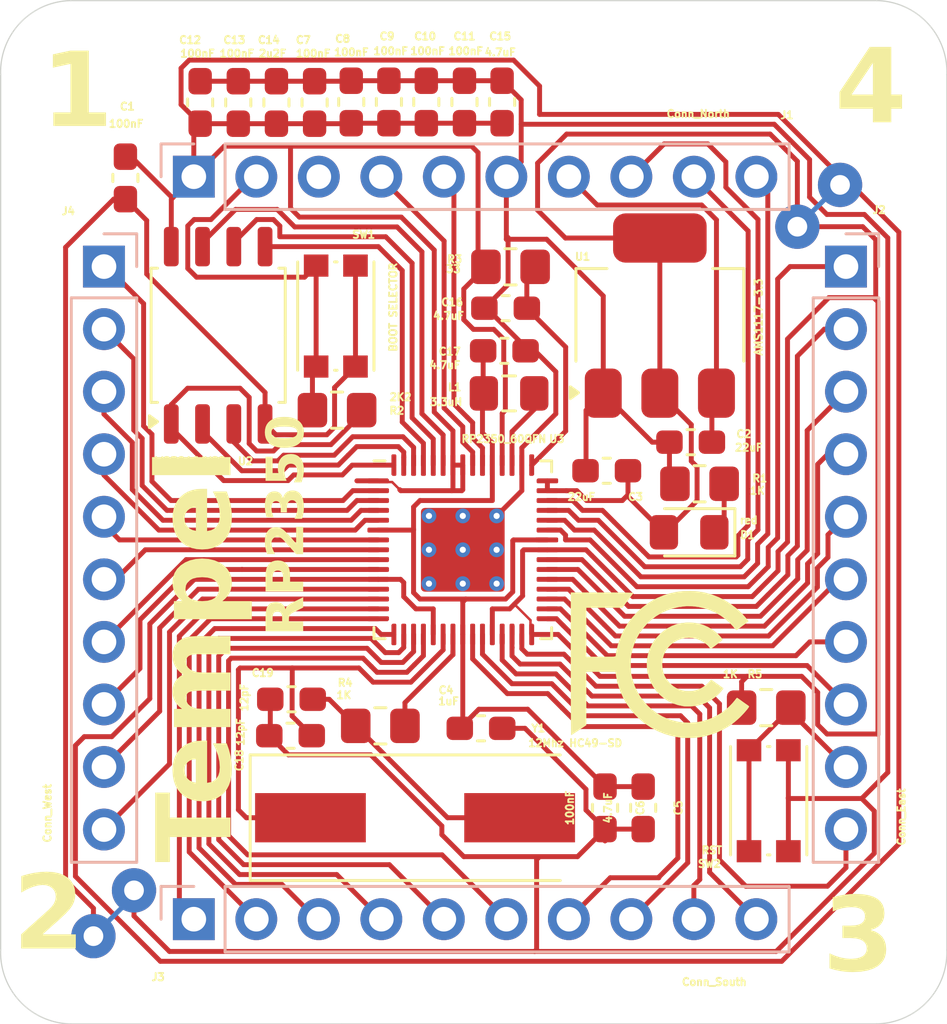
<source format=kicad_pcb>
(kicad_pcb (version 20240108) (generator "pcbnew") (generator_version "8.0")
  (layers (0 "F.Cu" signal) (31 "B.Cu" signal) (34 "B.Paste" user) (35 "F.Paste" user) (36 "B.SilkS" user "B.Silkscreen") (37 "F.SilkS" user "F.Silkscreen") (38 "B.Mask" user) (39 "F.Mask" user) (44 "Edge.Cuts" user))
  (net 0 "")
  (net 1 "GND")
  (net 2 "+3.3V")
  (net 3 "+5V")
  (net 4 "+1V1")
  (net 5 "Net-(U3-VREG_AVDD)")
  (net 6 "/XIN")
  (net 7 "Net-(C19-Pad1)")
  (net 8 "Net-(D1-K)")
  (net 9 "/USB_DP")
  (net 10 "/SWCLK")
  (net 11 "/SWD")
  (net 12 "/USB_DM")
  (net 13 "/~{RST}")
  (net 14 "/GPIO28_ADC2")
  (net 15 "/GPIO23")
  (net 16 "/GPIO25")
  (net 17 "/GPIO21")
  (net 18 "/GPIO29_ADC3")
  (net 19 "/GPIO26_ADC0")
  (net 20 "/GPIO20")
  (net 21 "/GPIO27_ADC1")
  (net 22 "/GPIO22")
  (net 23 "/GPIO24")
  (net 24 "/GPIO7")
  (net 25 "/GPIO0")
  (net 26 "/GPIO6")
  (net 27 "/GPIO4")
  (net 28 "/GPIO9")
  (net 29 "/GPIO3")
  (net 30 "/GPIO8")
  (net 31 "/GPIO5")
  (net 32 "/GPIO2")
  (net 33 "/GPIO1")
  (net 34 "/GPIO19")
  (net 35 "/GPIO14")
  (net 36 "/GPIO12")
  (net 37 "/GPIO17")
  (net 38 "/GPIO16")
  (net 39 "/GPIO10")
  (net 40 "/GPIO15")
  (net 41 "/GPIO11")
  (net 42 "/GPIO13")
  (net 43 "/GPIO18")
  (net 44 "Net-(U3-VREG_LX)")
  (net 45 "/SPI_SS_N")
  (net 46 "/~{BOOTSEL}")
  (net 47 "/XOUT")
  (net 48 "/SPI_SD1")
  (net 49 "/SPI_SD2")
  (net 50 "/SPI_SD3")
  (net 51 "/SPI_SD0")
  (net 52 "/SPI_SCLK")
  (footprint "Resistor_SMD:R_0805_2012Metric_Pad1.20x1.40mm_HandSolder" (layer "F.Cu") (at 138.72 61.16)
    (property "Reference" "R3")
    (property "Value" "33")
  )
  (footprint "Resistor_SMD:R_0805_2012Metric_Pad1.20x1.40mm_HandSolder" (layer "F.Cu") (at 131.67 66.98 180)
    (property "Reference" "R2")
    (property "Value" "2K2")
  )
  (footprint "Resistor_SMD:R_0805_2012Metric_Pad1.20x1.40mm_HandSolder" (layer "F.Cu") (at 146.4 69.97 180)
    (property "Reference" "R1")
    (property "Value" "1K")
  )
  (footprint "Inductor_SMD:L_0805_2012Metric_Pad1.15x1.40mm_HandSolder" (layer "F.Cu") (at 138.66 66.3)
    (property "Reference" "L1")
    (property "Value" "3.3uH")
  )
  (footprint "Capacitor_SMD:C_0603_1608Metric_Pad1.08x0.95mm_HandSolder" (layer "F.Cu") (at 130.757721 54.485921 90)
    (property "Reference" "C7")
    (property "Value" "100nF")
  )
  (footprint "Capacitor_SMD:C_0603_1608Metric_Pad1.08x0.95mm_HandSolder" (layer "F.Cu") (at 126.107717 54.485914 90)
    (property "Reference" "C12")
    (property "Value" "100nF")
  )
  (footprint "Capacitor_SMD:C_0603_1608Metric_Pad1.08x0.95mm_HandSolder" (layer "F.Cu") (at 142.63 69.44 180)
    (property "Reference" "C3")
    (property "Value" "22uF")
  )
  (footprint "Package_TO_SOT_SMD:SOT-223-3_TabPin2" (layer "F.Cu") (at 144.787497 63.139999 90)
    (property "Reference" "U1")
    (property "Value" "AMS1117-3.3")
  )
  (footprint "Capacitor_SMD:C_0603_1608Metric_Pad1.08x0.95mm_HandSolder" (layer "F.Cu") (at 137.52 79.9)
    (property "Reference" "C4")
    (property "Value" "1uF")
  )
  (footprint "Capacitor_SMD:C_0603_1608Metric_Pad1.08x0.95mm_HandSolder" (layer "F.Cu") (at 138.52 62.84 180)
    (property "Reference" "C16")
    (property "Value" "4.7uF")
  )
  (footprint "Capacitor_SMD:C_0603_1608Metric_Pad1.08x0.95mm_HandSolder" (layer "F.Cu") (at 136.847722 54.465911 90)
    (property "Reference" "C11")
    (property "Value" "100nF")
  )
  (footprint "Capacitor_SMD:C_0603_1608Metric_Pad1.08x0.95mm_HandSolder" (layer "F.Cu") (at 129.20773 54.485919 90)
    (property "Reference" "C14")
    (property "Value" "2u2F")
  )
  (footprint "Capacitor_SMD:C_0603_1608Metric_Pad1.08x0.95mm_HandSolder" (layer "F.Cu") (at 127.657722 54.485924 90)
    (property "Reference" "C13")
    (property "Value" "100nF")
  )
  (footprint "Resistor_SMD:R_0805_2012Metric_Pad1.20x1.40mm_HandSolder" (layer "F.Cu") (at 133.43 79.8)
    (property "Reference" "R4")
    (property "Value" "1K")
  )
  (footprint "Capacitor_SMD:C_0603_1608Metric_Pad1.08x0.95mm_HandSolder" (layer "F.Cu") (at 129.82 78.72 180)
    (property "Reference" "C19")
    (property "Value" "12pF")
  )
  (footprint "Capacitor_SMD:C_0603_1608Metric_Pad1.08x0.95mm_HandSolder" (layer "F.Cu") (at 135.297722 54.465913 90)
    (property "Reference" "C10")
    (property "Value" "100nF")
  )
  (footprint "Capacitor_SMD:C_0603_1608Metric_Pad1.08x0.95mm_HandSolder" (layer "F.Cu") (at 146.04 68.28 180)
    (property "Reference" "C2")
    (property "Value" "22uF")
  )
  (footprint "Symbol:FCC-Logo_7.3x6mm_SilkScreen" (layer "F.Cu") (at 144.8 77.3)
    (property "Reference" "REF**" (hide yes))
    (property "Value" "FCC-Logo_7.3x6mm_SilkScreen" (hide yes))
  )
  (footprint "Capacitor_SMD:C_0603_1608Metric_Pad1.08x0.95mm_HandSolder" (layer "F.Cu") (at 129.78 80.2 180)
    (property "Reference" "C18")
    (property "Value" "12pF")
  )
  (footprint "Capacitor_SMD:C_0603_1608Metric_Pad1.08x0.95mm_HandSolder" (layer "F.Cu") (at 132.247725 54.465911 90)
    (property "Reference" "C8")
    (property "Value" "100nF")
  )
  (footprint "Crystal:Crystal_SMD_HC49-SD" (layer "F.Cu") (at 134.84 83.53)
    (property "Reference" "Y1")
    (property "Value" "12Mhz HC49-SD")
  )
  (footprint "Capacitor_SMD:C_0603_1608Metric_Pad1.08x0.95mm_HandSolder" (layer "F.Cu") (at 123.07 57.55 -90)
    (property "Reference" "C1")
    (property "Value" "100nF")
  )
  (footprint "Capacitor_SMD:C_0603_1608Metric_Pad1.08x0.95mm_HandSolder" (layer "F.Cu") (at 138.377719 54.465916 90)
    (property "Reference" "C15")
    (property "Value" "4.7uF")
  )
  (footprint "Resistor_SMD:R_0805_2012Metric_Pad1.20x1.40mm_HandSolder" (layer "F.Cu") (at 149.11 79.06 180)
    (property "Reference" "R5")
    (property "Value" "1K")
  )
  (footprint "Capacitor_SMD:C_0603_1608Metric_Pad1.08x0.95mm_HandSolder" (layer "F.Cu") (at 138.47 64.57)
    (property "Reference" "C17")
    (property "Value" "4.7uF")
  )
  (footprint "Capacitor_SMD:C_0603_1608Metric_Pad1.08x0.95mm_HandSolder" (layer "F.Cu") (at 142.56 83.13 -90)
    (property "Reference" "C6")
    (property "Value" "100nF")
  )
  (footprint "Capacitor_SMD:C_0603_1608Metric_Pad1.08x0.95mm_HandSolder" (layer "F.Cu") (at 133.777723 54.465916 90)
    (property "Reference" "C9")
    (property "Value" "100nF")
  )
  (footprint "LED_SMD:LED_0805_2012Metric_Pad1.15x1.40mm_HandSolder" (layer "F.Cu") (at 145.977502 71.94 180)
    (property "Reference" "D1")
    (property "Value" "red")
  )
  (footprint "Button_Switch_SMD:SW_Push_1P1T_NO_CK_KMR2" (layer "F.Cu") (at 131.62 63.16 90)
    (property "Reference" "SW1")
    (property "Value" "BOOT SELECTOR")
  )
  (footprint "Button_Switch_SMD:SW_Push_1P1T_NO_CK_KMR2" (layer "F.Cu") (at 149.21 82.84 90)
    (property "Reference" "SW2")
    (property "Value" "RST")
  )
  (footprint "lib:RP2350-QFN-60-1EP_7x7_P0.4mm_EP3.4x3.4mm_ThermalVias" (layer "F.Cu") (at 136.78 72.65)
    (property "Reference" "U3")
    (property "Value" "RP2350_60QFN")
  )
  (footprint "Package_SO:SOIC-8_5.23x5.23mm_P1.27mm" (layer "F.Cu") (at 126.84 63.94 90)
    (property "Reference" "U2")
    (property "Value" "W25Q16JVSS")
  )
  (footprint "Capacitor_SMD:C_0603_1608Metric_Pad1.08x0.95mm_HandSolder" (layer "F.Cu") (at 144.11 83.13 -90)
    (property "Reference" "C5")
    (property "Value" "4.7uF")
  )
  (footprint "Connector_PinHeader_2.54mm:PinHeader_1x10_P2.54mm_Vertical" (layer "B.Cu") (at 125.85 57.5 -90)
    (property "Reference" "J1")
    (property "Value" "Conn_North")
  )
  (footprint "Connector_PinHeader_2.54mm:PinHeader_1x10_P2.54mm_Vertical" (layer "B.Cu") (at 122.2 61.15 180)
    (property "Reference" "J4")
    (property "Value" "Conn_West")
  )
  (footprint "Connector_PinHeader_2.54mm:PinHeader_1x10_P2.54mm_Vertical" (layer "B.Cu") (at 152.35 61.15 180)
    (property "Reference" "J2")
    (property "Value" "Conn_East")
  )
  (footprint "Connector_PinHeader_2.54mm:PinHeader_1x10_P2.54mm_Vertical" (layer "B.Cu") (at 125.85 87.65 -90)
    (property "Reference" "J3")
    (property "Value" "Conn_South")
  )
  (gr_line (start 120.85 50.35) (end 153.601292 50.350045) (stroke (width 0.05)) (layer "Edge.Cuts"))
  (gr_line (start 153.600002 91.9) (end 120.85 91.90279) (stroke (width 0.05)) (layer "Edge.Cuts"))
  (gr_arc (start 120.85 91.90279) (mid 118.796752 91) (end 118.001292 88.902835) (stroke (width 0.05)) (layer "Edge.Cuts"))
  (gr_arc (start 153.601292 50.350045) (mid 155.654539 51.252836) (end 156.45 53.35) (stroke (width 0.05)) (layer "Edge.Cuts"))
  (gr_line (start 118.001292 88.902835) (end 118.001292 53.349955) (stroke (width 0.05)) (layer "Edge.Cuts"))
  (gr_arc (start 156.44871 88.900045) (mid 155.65325 90.997211) (end 153.600002 91.9) (stroke (width 0.05)) (layer "Edge.Cuts"))
  (gr_arc (start 118.001292 53.349955) (mid 118.796752 51.25279) (end 120.85 50.35) (stroke (width 0.05)) (layer "Edge.Cuts"))
  (gr_line (start 156.45 53.35) (end 156.44871 88.900045) (stroke (width 0.05)) (layer "Edge.Cuts"))
  (gr_text "2" (at 118.5 89.35 0) (layer "F.SilkS") (effects (font (size 3 3) (thickness 0.2) (bold yes)) (justify left bottom)))
  (gr_text "1" (at 119.65 55.95 0) (layer "F.SilkS") (effects (font (size 3 3) (thickness 0.2) (bold yes)) (justify left bottom)))
  (gr_text "Tempel" (at 127.85 85.35 90) (layer "F.SilkS") (effects (font (size 3 3) (thickness 0.2) (bold yes)) (justify left bottom)))
  (gr_text "RP2350" (at 130.55 76.15 90) (layer "F.SilkS") (effects (font (size 1.5 1.5) (thickness 0.2) (bold yes)) (justify left bottom)))
  (gr_text "3" (at 151.4 90.25 0) (layer "F.SilkS") (effects (font (size 3 3) (thickness 0.2) (bold yes)) (justify left bottom)))
  (gr_text "4" (at 151.9 55.8 0) (layer "F.SilkS") (effects (font (size 3 3) (thickness 0.2) (bold yes)) (justify left bottom)))
  (segment (start 150.871827 58.33) (end 151.57477 59.032943) (width 0.2) (layer "F.Cu") (net 1))
  (segment (start 150.010002 82.720003) (end 150.009999 82.72) (width 0.2) (layer "F.Cu") (net 1))
  (segment (start 139.152719 54.378416) (end 138.377719 53.603416) (width 0.2) (layer "F.Cu") (net 1))
  (segment (start 141.4425 85.11) (end 142.56 83.9925) (width 0.2) (layer "F.Cu") (net 1))
  (segment (start 136.82 85.11) (end 139.9 85.11) (width 0.2) (layer "F.Cu") (net 1))
  (segment (start 141.7875 66.989992) (end 142.487498 66.289994) (width 0.2) (layer "F.Cu") (net 1))
  (segment (start 142.56 83.9925) (end 142.56 84.473655) (width 0.2) (layer "F.Cu") (net 1))
  (segment (start 132.420002 65.21) (end 131.57 66.060002) (width 0.2) (layer "F.Cu") (net 1))
  (segment (start 139.152719 55.37) (end 149.435686 55.37) (width 0.2) (layer "F.Cu") (net 1))
  (segment (start 145.1775 68.28) (end 145.1775 69.7475) (width 0.2) (layer "F.Cu") (net 1))
  (segment (start 139.179999 69.212501) (end 139.179999 68.510001) (width 0.2) (layer "F.Cu") (net 1))
  (segment (start 154.05 81.69) (end 152.99 82.75) (width 0.2) (layer "F.Cu") (net 1))
  (segment (start 128.9575 78.72) (end 128.9575 80.16) (width 0.2) (layer "F.Cu") (net 1))
  (segment (start 139.179999 70.250001) (end 139.179999 69.212501) (width 0.2) (layer "F.Cu") (net 1))
  (segment (start 132.247725 53.603411) (end 133.777718 53.603411) (width 0.2) (layer "F.Cu") (net 1))
  (segment (start 138.549999 57.5) (end 138.549999 60.039999) (width 0.2) (layer "F.Cu") (net 1))
  (segment (start 153.5 84.975686) (end 153.5 83.26) (width 0.2) (layer "F.Cu") (net 1))
  (segment (start 123.07 58.4125) (end 123.935001 59.277501) (width 0.2) (layer "F.Cu") (net 1))
  (segment (start 132.420002 61.110003) (end 132.419999 61.11) (width 0.2) (layer "F.Cu") (net 1))
  (segment (start 153.5 83.26) (end 152.99 82.75) (width 0.2) (layer "F.Cu") (net 1))
  (segment (start 140.184743 60.039999) (end 138.549999 60.039999) (width 0.2) (layer "F.Cu") (net 1))
  (segment (start 139.152719 55.37) (end 139.152719 56.89728) (width 0.2) (layer "F.Cu") (net 1))
  (segment (start 137.6575 62.84) (end 137.747408 62.84) (width 0.2) (layer "F.Cu") (net 1))
  (segment (start 138.3825 79.9) (end 139.31 79.9) (width 0.2) (layer "F.Cu") (net 1))
  (segment (start 153.098629 59.032943) (end 154.05 59.984314) (width 0.2) (layer "F.Cu") (net 1))
  (segment (start 135.93 83.865686) (end 135.93 84.22) (width 0.2) (layer "F.Cu") (net 1))
  (segment (start 149.515686 88.96) (end 153.5 84.975686) (width 0.2) (layer "F.Cu") (net 1))
  (segment (start 138.62 60.11) (end 138.62 59.97) (width 0.2) (layer "F.Cu") (net 1))
  (segment (start 135.297722 53.603413) (end 136.84772 53.603413) (width 0.2) (layer "F.Cu") (net 1))
  (segment (start 139.7 88.96) (end 149.515686 88.96) (width 0.2) (layer "F.Cu") (net 1))
  (segment (start 144.477504 68.28) (end 142.487498 66.289994) (width 0.2) (layer "F.Cu") (net 1))
  (segment (start 129.184998 67.98) (end 128.744999 67.540001) (width 0.2) (layer "F.Cu") (net 1))
  (segment (start 133.039314 80.975) (end 135.93 83.865686) (width 0.2) (layer "F.Cu") (net 1))
  (segment (start 140.559998 67.130002) (end 140.559998 65.419998) (width 0.2) (layer "F.Cu") (net 1))
  (segment (start 138.155 71.275) (end 139.179999 70.250001) (width 0.2) (layer "F.Cu") (net 1))
  (segment (start 139.3325 64.425092) (end 139.3325 64.57) (width 0.2) (layer "F.Cu") (net 1))
  (segment (start 128.9175 80.2) (end 129.6925 80.975) (width 0.2) (layer "F.Cu") (net 1))
  (segment (start 139.78 85.23) (end 139.78 88.88) (width 0.2) (layer "F.Cu") (net 1))
  (segment (start 139.179999 68.510001) (end 140.559998 67.130002) (width 0.2) (layer "F.Cu") (net 1))
  (segment (start 129.20773 53.623419) (end 130.757719 53.623419) (width 0.2) (layer "F.Cu") (net 1))
  (segment (start 141.785 82.375) (end 141.785 83.2175) (width 0.2) (layer "F.Cu") (net 1))
  (segment (start 139.78 88.88) (end 139.7 88.96) (width 0.2) (layer "F.Cu") (net 1))
  (segment (start 133.777718 53.603411) (end 133.777723 53.603416) (width 0.2) (layer "F.Cu") (net 1))
  (segment (start 138.62 61.8775) (end 138.62 60.11) (width 0.2) (layer "F.Cu") (net 1))
  (segment (start 135.297722 53.603413) (end 133.777726 53.603413) (width 0.2) (layer "F.Cu") (net 1))
  (segment (start 123.935001 59.277501) (end 123.935001 61.450687) (width 0.2) (layer "F.Cu") (net 1))
  (segment (start 129.207725 53.623424) (end 129.20773 53.623419) (width 0.2) (layer "F.Cu") (net 1))
  (segment (start 151.57477 59.032943) (end 153.098629 59.032943) (width 0.2) (layer "F.Cu") (net 1))
  (segment (start 123.935001 61.450687) (end 128.744999 66.260685) (width 0.2) (layer "F.Cu") (net 1))
  (segment (start 139.152719 54.378416) (end 139.152719 55.37) (width 0.2) (layer "F.Cu") (net 1))
  (segment (start 120.64 86.075686) (end 120.64 60.3675) (width 0.2) (layer "F.Cu") (net 1))
  (segment (start 150.009999 82.72) (end 150.009999 80.79) (width 0.2) (layer "F.Cu") (net 1))
  (segment (start 138.549999 60.039999) (end 138.62 60.11) (width 0.2) (layer "F.Cu") (net 1))
  (segment (start 154.05 59.984314) (end 154.05 81.69) (width 0.2) (layer "F.Cu") (net 1))
  (segment (start 140.559998 65.419998) (end 139.71 64.57) (width 0.2) (layer "F.Cu") (net 1))
  (segment (start 145.1775 68.28) (end 144.477504 68.28) (width 0.2) (layer "F.Cu") (net 1))
  (segment (start 132.420002 65.21) (end 132.420002 61.110003) (width 0.2) (layer "F.Cu") (net 1))
  (segment (start 139.71 64.57) (end 139.3325 64.57) (width 0.2) (layer "F.Cu") (net 1))
  (segment (start 150.871827 56.806141) (end 150.871827 58.33) (width 0.2) (layer "F.Cu") (net 1))
  (segment (start 129.6925 80.975) (end 133.039314 80.975) (width 0.2) (layer "F.Cu") (net 1))
  (segment (start 141.7875 69.48) (end 141.7875 66.989992) (width 0.2) (layer "F.Cu") (net 1))
  (segment (start 152.99 82.75) (end 150.009999 82.75) (width 0.2) (layer "F.Cu") (net 1))
  (segment (start 123.42 86.48) (end 123.42 87.52) (width 0.2) (layer "F.Cu") (net 1))
  (segment (start 136.84772 53.603413) (end 136.847722 53.603411) (width 0.2) (layer "F.Cu") (net 1))
  (segment (start 131.57 67.664744) (end 131.254744 67.98) (width 0.2) (layer "F.Cu") (net 1))
  (segment (start 131.254744 67.98) (end 129.184998 67.98) (width 0.2) (layer "F.Cu") (net 1))
  (segment (start 131.57 66.060002) (end 131.57 67.664744) (width 0.2) (layer "F.Cu") (net 1))
  (segment (start 127.657722 53.623424) (end 129.207725 53.623424) (width 0.2) (layer "F.Cu") (net 1))
  (segment (start 122.595 58.4125) (end 123.07 58.4125) (width 0.2) (layer "F.Cu") (net 1))
  (segment (start 139.31 79.9) (end 141.785 82.375) (width 0.2) (layer "F.Cu") (net 1))
  (segment (start 130.757721 53.623421) (end 132.227715 53.623421) (width 0.2) (layer "F.Cu") (net 1))
  (segment (start 128.744999 66.260685) (end 128.744999 67.540001) (width 0.2) (layer "F.Cu") (net 1))
  (segment (start 130.757719 53.623419) (end 130.757721 53.623421) (width 0.2) (layer "F.Cu") (net 1))
  (segment (start 120.64 60.3675) (end 122.595 58.4125) (width 0.2) (layer "F.Cu") (net 1))
  (segment (start 150.009999 82.75) (end 150.009999 82.72) (width 0.2) (layer "F.Cu") (net 1))
  (segment (start 127.657712 53.623414) (end 127.657722 53.623424) (width 0.2) (layer "F.Cu") (net 1))
  (segment (start 145.1775 69.7475) (end 145.4 69.97) (width 0.2) (layer "F.Cu") (net 1))
  (segment (start 128.9575 80.16) (end 128.9175 80.2) (width 0.2) (layer "F.Cu") (net 1))
  (segment (start 133.777726 53.603413) (end 133.777723 53.603416) (width 0.2) (layer "F.Cu") (net 1))
  (segment (start 139.9 85.11) (end 141.4425 85.11) (width 0.2) (layer "F.Cu") (net 1))
  (segment (start 121.771471 87.207157) (end 120.64 86.075686) (width 0.2) (layer "F.Cu") (net 1))
  (segment (start 132.227715 53.623421) (end 132.247725 53.603411) (width 0.2) (layer "F.Cu") (net 1))
  (segment (start 135.93 84.22) (end 136.82 85.11) (width 0.2) (layer "F.Cu") (net 1))
  (segment (start 142.487498 66.289994) (end 142.487498 62.342754) (width 0.2) (layer "F.Cu") (net 1))
  (segment (start 124.86 88.96) (end 139.7 88.96) (width 0.2) (layer "F.Cu") (net 1))
  (segment (start 137.747408 62.84) (end 139.3325 64.425092) (width 0.2) (layer "F.Cu") (net 1))
  (segment (start 137.6575 62.84) (end 138.62 61.8775) (width 0.2) (layer "F.Cu") (net 1))
  (segment (start 139.78 85.23) (end 139.9 85.11) (width 0.2) (layer "F.Cu") (net 1))
  (segment (start 138.377719 53.603416) (end 136.847727 53.603416) (width 0.2) (layer "F.Cu") (net 1))
  (segment (start 142.56 83.9925) (end 144.11 83.9925) (width 0.2) (layer "F.Cu") (net 1))
  (segment (start 136.847727 53.603416) (end 136.847722 53.603411) (width 0.2) (layer "F.Cu") (net 1))
  (segment (start 141.785 83.2175) (end 142.56 83.9925) (width 0.2) (layer "F.Cu") (net 1))
  (segment (start 149.435686 55.37) (end 150.871827 56.806141) (width 0.2) (layer "F.Cu") (net 1))
  (segment (start 126.107717 53.623414) (end 127.657712 53.623414) (width 0.2) (layer "F.Cu") (net 1))
  (segment (start 150.010002 84.89) (end 150.010002 82.720003) (width 0.2) (layer "F.Cu") (net 1))
  (segment (start 121.771471 88.338529) (end 121.771471 87.207157) (width 0.2) (layer "F.Cu") (net 1))
  (segment (start 142.487498 62.342754) (end 140.184743 60.039999) (width 0.2) (layer "F.Cu") (net 1))
  (segment (start 138.549999 57.5) (end 139.152719 56.89728) (width 0.2) (layer "F.Cu") (net 1))
  (segment (start 123.42 87.52) (end 124.86 88.96) (width 0.2) (layer "F.Cu") (net 1))
  (via (at 123.42 86.48) (size 1.8) (drill 0.8) (layers "F.Cu" "B.Cu") (net 1))
  (via (at 121.771471 88.338529) (size 1.8) (drill 0.8) (layers "F.Cu" "B.Cu") (net 1))
  (segment (start 121.771471 88.338529) (end 123.42 86.69) (width 0.2) (layer "B.Cu") (net 1))
  (segment (start 123.42 86.69) (end 123.42 86.48) (width 0.2) (layer "B.Cu") (net 1))
  (segment (start 133.392498 69.900001) (end 133.910001 69.900001) (width 0.1) (layer "F.Cu") (net 2))
  (segment (start 153.65 80.14) (end 153.64 80.13) (width 0.2) (layer "F.Cu") (net 2))
  (segment (start 139.82 56.95) (end 139.82 58.86) (width 0.2) (layer "F.Cu") (net 2))
  (segment (start 133.777723 55.328416) (end 135.297719 55.328416) (width 0.2) (layer "F.Cu") (net 2))
  (segment (start 124.985 58.365) (end 125.85 57.5) (width 0.2) (layer "F.Cu") (net 2))
  (segment (start 149.601372 54.97) (end 139.9 54.97) (width 0.2) (layer "F.Cu") (net 2))
  (segment (start 125.660998 52.765911) (end 125.332717 53.094192) (width 0.2) (layer "F.Cu") (net 2))
  (segment (start 139.21 74.524564) (end 138.877282 74.857282) (width 0.2) (layer "F.Cu") (net 2))
  (segment (start 143.4925 70.42) (end 143.4925 70.479995) (width 0.2) (layer "F.Cu") (net 2))
  (segment (start 134.25 73.85) (end 133.342501 73.85) (width 0.2) (layer "F.Cu") (net 2))
  (segment (start 149.59 73.502742) (end 148.822742 74.27) (width 0.2) (layer "F.Cu") (net 2))
  (segment (start 132.227715 55.348421) (end 132.247725 55.328411) (width 0.2) (layer "F.Cu") (net 2))
  (segment (start 125.332717 53.094192) (end 125.332717 54.573414) (width 0.2) (layer "F.Cu") (net 2))
  (segment (start 136.82 63.306722) (end 137.213278 63.7) (width 0.2) (layer "F.Cu") (net 2))
  (segment (start 140.949999 59.989999) (end 144.787497 59.989999) (width 0.2) (layer "F.Cu") (net 2))
  (segment (start 153.48 62.41) (end 151.655686 62.41) (width 0.2) (layer "F.Cu") (net 2))
  (segment (start 148.11 79.06) (end 148.11 78.01) (width 0.2) (layer "F.Cu") (net 2))
  (segment (start 129.207725 55.348424) (end 129.20773 55.348419) (width 0.2) (layer "F.Cu") (net 2))
  (segment (start 150.37477 59.53) (end 150.37477 56.87477) (width 0.2) (layer "F.Cu") (net 2))
  (segment (start 140.217502 69.85) (end 140.217502 70.249996) (width 0.2) (layer "F.Cu") (net 2))
  (segment (start 143.262501 70.649999) (end 143.4925 70.42) (width 0.2) (layer "F.Cu") (net 2))
  (segment (start 152.582943 57.832943) (end 154.5 59.75) (width 0.2) (layer "F.Cu") (net 2))
  (segment (start 138.844436 52.765911) (end 125.660998 52.765911) (width 0.2) (layer "F.Cu") (net 2))
  (segment (start 136.380001 69.2125) (end 136.779999 69.2125) (width 0.2) (layer "F.Cu") (net 2))
  (segment (start 133.910001 69.900001) (end 134.22 70.21) (width 0.1) (layer "F.Cu") (net 2))
  (segment (start 136.380001 70.199999) (end 136.380001 69.212499) (width 0.2) (layer "F.Cu") (net 2))
  (segment (start 153.56 62.49) (end 153.48 62.41) (width 0.2) (layer "F.Cu") (net 2))
  (segment (start 124.935001 60.339999) (end 124.935001 58.414999) (width 0.2) (layer "F.Cu") (net 2))
  (segment (start 123.3075 56.6875) (end 124.985 58.365) (width 0.2) (layer "F.Cu") (net 2))
  (segment (start 143.5125 69.48) (end 143.4925 69.5) (width 0.2) (layer "F.Cu") (net 2))
  (segment (start 134.875436 75.05) (end 134.38 74.554564) (width 0.2) (layer "F.Cu") (net 2))
  (segment (start 121.04 80.598173) (end 121.4 80.238173) (width 0.2) (layer "F.Cu") (net 2))
  (segment (start 129.78 58.78) (end 130.139999 59.139999) (width 0.2) (layer "F.Cu") (net 2))
  (segment (start 133.777718 55.328411) (end 133.777723 55.328416) (width 0.2) (layer "F.Cu") (net 2))
  (segment (start 136.84772 55.328413) (end 136.847722 55.328411) (width 0.2) (layer "F.Cu") (net 2))
  (segment (start 139.530001 75.510001) (end 138.877282 74.857282) (width 0.1) (layer "F.Cu") (net 2))
  (segment (start 130.139999 59.139999) (end 134.28 59.139999) (width 0.2) (layer "F.Cu") (net 2))
  (segment (start 125.332717 54.573414) (end 126.107717 55.348414) (width 0.2) (layer "F.Cu") (net 2))
  (segment (start 133.342499 69.850002) (end 133.392498 69.900001) (width 0.1) (layer "F.Cu") (net 2))
  (segment (start 146.3 70.654744) (end 145.014745 71.939999) (width 0.2) (layer "F.Cu") (net 2))
  (segment (start 137.14 56.26) (end 137.399999 56.519999) (width 0.2) (layer "F.Cu") (net 2))
  (segment (start 149.27 55.77) (end 141 55.77) (width 0.2) (layer "F.Cu") (net 2))
  (segment (start 137.213278 63.7) (end 138.041722 63.7) (width 0.2) (layer "F.Cu") (net 2))
  (segment (start 139.530001 76.037503) (end 139.530001 75.510001) (width 0.1) (layer "F.Cu") (net 2))
  (segment (start 146.065 69.050256) (end 146.3 69.285256) (width 0.2) (layer "F.Cu") (net 2))
  (segment (start 133.342499 69.850002) (end 132.477268 69.850001) (width 0.2) (layer "F.Cu") (net 2))
  (segment (start 150.37477 56.87477) (end 149.27 55.77) (width 0.2) (layer "F.Cu") (net 2))
  (segment (start 143.687256 74.55) (end 143.253628 74.116372) (width 0.2) (layer "F.Cu") (net 2))
  (segment (start 138.38 67.114745) (end 138.38 69.2125) (width 0.2) (layer "F.Cu") (net 2))
  (segment (start 151.655686 62.41) (end 149.97477 64.090916) (width 0.2) (layer "F.Cu") (net 2))
  (segment (start 125.85 57.5) (end 125.85 55.606131) (width 0.2) (layer "F.Cu") (net 2))
  (segment (start 149.97477 72.33614) (end 149.59 72.72091) (width 0.2) (layer "F.Cu") (net 2))
  (segment (start 139.58 76.087502) (end 139.530001 76.037503) (width 0.1) (layer "F.Cu") (net 2))
  (segment (start 138.510002 65.101724) (end 138.510002 66.984743) (width 0.2) (layer "F.Cu") (net 2))
  (segment (start 150.37477 59.53) (end 153.03 59.53) (width 0.2) (layer "F.Cu") (net 2))
  (segment (start 143.253628 74.116372) (end 142.021569 72.884314) (width 0.2) (layer "F.Cu") (net 2))
  (segment (start 137.399999 60.839999) (end 137.72 61.16) (width 0.2) (layer "F.Cu") (net 2))
  (segment (start 153.03 59.53) (end 153.56 60.06) (width 0.2) (layer "F.Cu") (net 2))
  (segment (start 141 55.77) (end 139.82 56.95) (width 0.2) (layer "F.Cu") (net 2))
  (segment (start 130.757721 55.348421) (end 132.227715 55.348421) (width 0.2) (layer "F.Cu") (net 2))
  (segment (start 150.55 77.79) (end 148.33 77.79) (width 0.2) (layer "F.Cu") (net 2))
  (segment (start 137.72 61.16) (end 136.82 62.06) (width 0.2) (layer "F.Cu") (net 2))
  (segment (start 135.62 60.479999) (end 135.62 67.058627) (width 0.2) (layer "F.Cu") (net 2))
  (segment (start 140.656106 76.087502) (end 139.58 76.087502) (width 0.2) (layer "F.Cu") (net 2))
  (segment (start 127.657722 55.348424) (end 129.207725 55.348424) (width 0.2) (layer "F.Cu") (net 2))
  (segment (start 153.65 62.58) (end 153.65 80.14) (width 0.2) (layer "F.Cu") (net 2))
  (segment (start 153.56 60.06) (end 153.56 62.49) (width 0.2) (layer "F.Cu") (net 2))
  (segment (start 154.5 59.75) (end 154.5 84.6) (width 0.2) (layer "F.Cu") (net 2))
  (segment (start 140.990001 70.250001) (end 140.990004 70.249998) (width 0.2) (layer "F.Cu") (net 2))
  (segment (start 152.11 57.832943) (end 152.11 57.478628) (width 0.2) (layer "F.Cu") (net 2))
  (segment (start 127.657722 55.348424) (end 126.107727 55.348424) (width 0.2) (layer "F.Cu") (net 2))
  (segment (start 141.814104 70.649999) (end 143.262501 70.649999) (width 0.2) (layer "F.Cu") (net 2))
  (segment (start 122.518173 80.238173) (end 124.062843 78.693503) (width 0.2) (layer "F.Cu") (net 2))
  (segment (start 148.777058 74.315685) (end 148.542743 74.55) (width 0.2) (layer "F.Cu") (net 2))
  (segment (start 137.98 75.05) (end 137.98 76.087499) (width 0.2) (layer "F.Cu") (net 2))
  (segment (start 139.21 72.7) (end 139.21 74.524564) (width 0.2) (layer "F.Cu") (net 2))
  (segment (start 132.247725 55.328411) (end 133.777718 55.328411) (width 0.2) (layer "F.Cu") (net 2))
  (segment (start 146.065 67.567502) (end 146.065 69.050256) (width 0.2) (layer "F.Cu") (net 2))
  (segment (start 124.49 89.36) (end 121.04 85.91) (width 0.2) (layer "F.Cu") (net 2))
  (segment (start 134.38 73.98) (end 134.25 73.85) (width 0.2) (layer "F.Cu") (net 2))
  (segment (start 124.062843 75.658529) (end 125.87137 73.850002) (width 0.2) (layer "F.Cu") (net 2))
  (segment (start 124.935001 58.414999) (end 124.985 58.365) (width 0.2) (layer "F.Cu") (net 2))
  (segment (start 123.07 56.6875) (end 123.3075 56.6875) (width 0.2) (layer "F.Cu") (net 2))
  (segment (start 124.062843 78.693503) (end 124.062843 75.658529) (width 0.2) (layer "F.Cu") (net 2))
  (segment (start 134.28 59.139999) (end 135.62 60.479999) (width 0.2) (layer "F.Cu") (net 2))
  (segment (start 149.59 72.72091) (end 149.59 73.502742) (width 0.2) (layer "F.Cu") (net 2))
  (segment (start 151.2 78.44) (end 150.55 77.79) (width 0.2) (layer "F.Cu") (net 2))
  (segment (start 136.33 70.25) (end 136.74 70.25) (width 0.2) (layer "F.Cu") (net 2))
  (segment (start 134.22 70.21) (end 134.26 70.25) (width 0.2) (layer "F.Cu") (net 2))
  (segment (start 152.11 57.478628) (end 149.601372 54.97) (width 0.2) (layer "F.Cu") (net 2))
  (segment (start 144.787498 66.289999) (end 144.787497 59.99) (width 0.2) (layer "F.Cu") (net 2))
  (segment (start 139.82 58.86) (end 140.949999 59.989999) (width 0.2) (layer "F.Cu") (net 2))
  (segment (start 129.83 56.26) (end 129.78 56.31) (width 0.2) (layer "F.Cu") (net 2))
  (segment (start 144.4925 66.584996) (end 144.787497 66.289999) (width 0.2) (layer "F.Cu") (net 2))
  (segment (start 135.297722 55.328413) (end 136.84772 55.328413) (width 0.2) (layer "F.Cu") (net 2))
  (segment (start 136.779999 70.210001) (end 136.779999 69.2125) (width 0.2) (layer "F.Cu") (net 2))
  (segment (start 143.4925 70.479995) (end 144.952504 71.939999) (width 0.2) (layer "F.Cu") (net 2))
  (segment (start 149.74 89.36) (end 124.49 89.36) (width 0.2) (layer "F.Cu") (net 2))
  (segment (start 139.9 54.97) (end 139.9 53.821475) (width 0.2) (layer "F.Cu") (net 2))
  (segment (start 138.445 64.103278) (end 138.445 65.036722) (width 0.2) (layer "F.Cu") (net 2))
  (segment (start 125.85 55.606131) (end 126.107717 55.348414) (width 0.2) (layer "F.Cu") (net 2))
  (segment (start 137.399999 56.519999) (end 137.399999 60.839999) (width 0.2) (layer "F.Cu") (net 2))
  (segment (start 141.787255 72.649999) (end 140.2175 72.649999) (width 0.2) (layer "F.Cu") (net 2))
  (segment (start 138.445 65.036722) (end 138.510002 65.101724) (width 0.2) (layer "F.Cu") (net 2))
  (segment (start 134.38 74.554564) (end 134.38 73.98) (width 0.2) (layer "F.Cu") (net 2))
  (segment (start 126.107727 55.348424) (end 126.107717 55.348414) (width 0.2) (layer "F.Cu") (net 2))
  (segment (start 136.847722 55.328411) (end 138.377714 55.328411) (width 0.2) (layer "F.Cu") (net 2))
  (segment (start 148.822742 74.27) (end 148.777058 74.315685) (width 0.2) (layer "F.Cu") (net 2))
  (segment (start 135.58 75.05) (end 134.875436 75.05) (width 0.2) (layer "F.Cu") (net 2))
  (segment (start 144.787497 66.289999) (end 146.065 67.567502) (width 0.2) (layer "F.Cu") (net 2))
  (segment (start 138.684564 75.05) (end 137.98 75.05) (width 0.2) (layer "F.Cu") (net 2))
  (segment (start 125.87137 73.850002) (end 133.342501 73.850002) (width 0.2) (layer "F.Cu") (net 2))
  (segment (start 138.510002 66.984743) (end 138.38 67.114745) (width 0.2) (layer "F.Cu") (net 2))
  (segment (start 129.78 56.31) (end 129.78 58.78) (width 0.2) (layer "F.Cu") (net 2))
  (segment (start 152.11 57.832943) (end 152.582943 57.832943) (width 0.2) (layer "F.Cu") (net 2))
  (segment (start 151.2 79.75) (end 151.2 78.44) (width 0.2) (layer "F.Cu") (net 2))
  (segment (start 154.5 84.6) (end 149.74 89.36) (width 0.2) (layer "F.Cu") (net 2))
  (segment (start 138.041722 63.7) (end 138.445 64.103278) (width 0.2) (layer "F.Cu") (net 2))
  (segment (start 136.380001 70.199999) (end 136.33 70.25) (width 0.2) (layer "F.Cu") (net 2))
  (segment (start 140.2175 72.649999) (end 139.260001 72.649999) (width 0.2) (layer "F.Cu") (net 2))
  (segment (start 140.217497 70.250001) (end 140.990001 70.250001) (width 0.2) (layer "F.Cu") (net 2))
  (segment (start 141.414103 70.249998) (end 141.814104 70.649999) (width 0.2) (layer "F.Cu") (net 2))
  (segment (start 136.74 70.25) (end 136.779999 70.210001) (width 0.2) (layer "F.Cu") (net 2))
  (segment (start 129.83 56.26) (end 127.09 56.26) (width 0.2) (layer "F.Cu") (net 2))
  (segment (start 129.83 56.26) (end 137.14 56.26) (width 0.2) (layer "F.Cu") (net 2))
  (segment (start 142.358604 77.79) (end 140.656106 76.087502) (width 0.2) (layer "F.Cu") (net 2))
  (segment (start 135.297719 55.328416) (end 135.297722 55.328413) (width 0.2) (layer "F.Cu") (net 2))
  (segment (start 142.021569 72.884314) (end 141.787255 72.649999) (width 0.2) (layer "F.Cu") (net 2))
  (segment (start 121.4 80.238173) (end 122.518173 80.238173) (width 0.2) (layer "F.Cu") (net 2))
  (segment (start 135.62 67.058627) (end 136.380001 67.818628) (width 0.2) (layer "F.Cu") (net 2))
  (segment (start 136.380001 67.818628) (end 136.380001 69.2125) (width 0.2) (layer "F.Cu") (net 2))
  (segment (start 148.11 78.01) (end 148.33 77.79) (width 0.2) (layer "F.Cu") (net 2))
  (segment (start 139.9 53.821475) (end 138.844436 52.765911) (width 0.2) (layer "F.Cu") (net 2))
  (segment (start 135.58 76.0875) (end 135.58 75.05) (width 0.2) (layer "F.Cu") (net 2))
  (segment (start 134.26 70.25) (end 136.33 70.25) (width 0.2) (layer "F.Cu") (net 2))
  (segment (start 149.97477 64.090916) (end 149.97477 72.33614) (width 0.2) (layer "F.Cu") (net 2))
  (segment (start 138.877282 74.857282) (end 138.684564 75.05) (width 0.2) (layer "F.Cu") (net 2))
  (segment (start 148.33 77.79) (end 142.358604 77.79) (width 0.2) (layer "F.Cu") (net 2))
  (segment (start 121.04 85.91) (end 121.04 80.598173) (width 0.2) (layer "F.Cu") (net 2))
  (segment (start 153.56 62.49) (end 153.65 62.58) (width 0.2) (layer "F.Cu") (net 2))
  (segment (start 153.64 80.13) (end 151.58 80.13) (width 0.2) (layer "F.Cu") (net 2))
  (segment (start 138.377714 55.328411) (end 138.377719 55.328416) (width 0.2) (layer "F.Cu") (net 2))
  (segment (start 145.014745 71.939999) (end 144.952504 71.939999) (width 0.2) (layer "F.Cu") (net 2))
  (segment (start 130.757719 55.348419) (end 130.757721 55.348421) (width 0.2) (layer "F.Cu") (net 2))
  (segment (start 148.542743 74.55) (end 143.687256 74.55) (width 0.2) (layer "F.Cu") (net 2))
  (segment (start 136.82 62.06) (end 136.82 63.306722) (width 0.2) (layer "F.Cu") (net 2))
  (segment (start 146.3 69.285256) (end 146.3 70.654744) (width 0.2) (layer "F.Cu") (net 2))
  (segment (start 151.58 80.13) (end 151.2 79.75) (width 0.2) (layer "F.Cu") (net 2))
  (segment (start 140.217502 70.249996) (end 140.217497 70.250001) (width 0.2) (layer "F.Cu") (net 2))
  (segment (start 139.260001 72.649999) (end 139.21 72.7) (width 0.2) (layer "F.Cu") (net 2))
  (segment (start 129.20773 55.348419) (end 130.757719 55.348419) (width 0.2) (layer "F.Cu") (net 2))
  (segment (start 127.09 56.26) (end 125.85 57.5) (width 0.2) (layer "F.Cu") (net 2))
  (segment (start 140.990004 70.249998) (end 141.414103 70.249998) (width 0.2) (layer "F.Cu") (net 2))
  (segment (start 143.4925 69.5) (end 143.4925 70.42) (width 0.2) (layer "F.Cu") (net 2))
  (via (at 150.37477 59.53) (size 1.8) (drill 0.8) (layers "F.Cu" "B.Cu") (net 2))
  (via (at 152.11 57.832943) (size 1.8) (drill 0.8) (layers "F.Cu" "B.Cu") (net 2))
  (segment (start 152.11 57.832943) (end 152.071827 57.832943) (width 0.2) (layer "B.Cu") (net 2))
  (segment (start 152.071827 57.832943) (end 150.37477 59.53) (width 0.2) (layer "B.Cu") (net 2))
  (segment (start 146.48614 58.65) (end 147.087493 59.251353) (width 0.2) (layer "F.Cu") (net 3))
  (segment (start 146.9025 66.474994) (end 147.087493 66.290001) (width 0.2) (layer "F.Cu") (net 3))
  (segment (start 147.087493 59.251353) (end 147.087493 66.290001) (width 0.2) (layer "F.Cu") (net 3))
  (segment (start 142.24 58.65) (end 146.48614 58.65) (width 0.2) (layer "F.Cu") (net 3))
  (segment (start 141.09 57.5) (end 142.24 58.65) (width 0.2) (layer "F.Cu") (net 3))
  (segment (start 146.9025 68.28) (end 146.9025 66.474994) (width 0.2) (layer "F.Cu") (net 3))
  (segment (start 138.81 74.358878) (end 138.518878 74.65) (width 0.2) (layer "F.Cu") (net 4))
  (segment (start 136.9 74.65) (end 135.041122 74.65) (width 0.2) (layer "F.Cu") (net 4))
  (segment (start 136.779999 79.777501) (end 136.779999 76.0875) (width 0.2) (layer "F.Cu") (net 4))
  (segment (start 144.11 82.2675) (end 142.56 82.2675) (width 0.2) (layer "F.Cu") (net 4))
  (segment (start 135.041122 74.65) (end 134.78 74.388878) (width 0.2) (layer "F.Cu") (net 4))
  (segment (start 137.98 69.2125) (end 137.98 68.31) (width 0.2) (layer "F.Cu") (net 4))
  (segment (start 137.6075 66.272497) (end 137.635002 66.299999) (width 0.2) (layer "F.Cu") (net 4))
  (segment (start 137.98 68.31) (end 137.580001 67.910001) (width 0.2) (layer "F.Cu") (net 4))
  (segment (start 140.217501 72.249998) (end 139.780001 72.249999) (width 0.2) (layer "F.Cu") (net 4))
  (segment (start 139.780001 72.249999) (end 138.840001 72.249999) (width 0.2) (layer "F.Cu") (net 4))
  (segment (start 137.580001 67.910001) (end 137.580001 66.355) (width 0.2) (layer "F.Cu") (net 4))
  (segment (start 134.78 71.83) (end 134.78 70.911122) (width 0.2) (layer "F.Cu") (net 4))
  (segment (start 136.780001 74.769999) (end 136.780001 76.0875) (width 0.2) (layer "F.Cu") (net 4))
  (segment (start 137.6075 64.57) (end 137.6075 66.272497) (width 0.2) (layer "F.Cu") (net 4))
  (segment (start 138.81 72.28) (end 138.81 74.358878) (width 0.2) (layer "F.Cu") (net 4))
  (segment (start 139.4175 79.125) (end 137.4325 79.125) (width 0.2) (layer "F.Cu") (net 4))
  (segment (start 134.78 74.388878) (end 134.78 71.83) (width 0.2) (layer "F.Cu") (net 4))
  (segment (start 137.4325 79.125) (end 136.6575 79.9) (width 0.2) (layer "F.Cu") (net 4))
  (segment (start 135.041122 70.65) (end 137.98 70.65) (width 0.2) (layer "F.Cu") (net 4))
  (segment (start 136.6575 79.9) (end 136.779999 79.777501) (width 0.2) (layer "F.Cu") (net 4))
  (segment (start 137.580001 66.355) (end 137.635002 66.299999) (width 0.2) (layer "F.Cu") (net 4))
  (segment (start 138.840001 72.249999) (end 138.81 72.28) (width 0.2) (layer "F.Cu") (net 4))
  (segment (start 136.9 74.65) (end 136.780001 74.769999) (width 0.2) (layer "F.Cu") (net 4))
  (segment (start 142.56 82.2675) (end 139.4175 79.125) (width 0.2) (layer "F.Cu") (net 4))
  (segment (start 137.98 70.65) (end 137.98 69.2125) (width 0.2) (layer "F.Cu") (net 4))
  (segment (start 133.342499 71.850002) (end 134.759998 71.850002) (width 0.2) (layer "F.Cu") (net 4))
  (segment (start 134.78 70.911122) (end 135.041122 70.65) (width 0.2) (layer "F.Cu") (net 4))
  (segment (start 134.759998 71.850002) (end 134.78 71.83) (width 0.2) (layer "F.Cu") (net 4))
  (segment (start 138.518878 74.65) (end 136.9 74.65) (width 0.2) (layer "F.Cu") (net 4))
  (segment (start 137.6075 64.57) (end 137.517592 64.57) (width 0.2) (layer "F.Cu") (net 4))
  (segment (start 139.3825 62.84) (end 139.3825 61.4975) (width 0.2) (layer "F.Cu") (net 5))
  (segment (start 140.959998 64.417498) (end 140.959998 67.832499) (width 0.2) (layer "F.Cu") (net 5))
  (segment (start 140.959998 67.832499) (end 139.579998 69.212499) (width 0.2) (layer "F.Cu") (net 5))
  (segment (start 139.3825 61.4975) (end 139.72 61.16) (width 0.2) (layer "F.Cu") (net 5))
  (segment (start 139.3825 62.84) (end 140.959998 64.417498) (width 0.2) (layer "F.Cu") (net 5))
  (segment (start 130.6425 83.4775) (end 130.59 83.53) (width 0.2) (layer "F.Cu") (net 6))
  (segment (start 129.850002 78.149998) (end 129.845 78.155) (width 0.2) (layer "F.Cu") (net 6))
  (segment (start 132.559759 77.450002) (end 133.134758 78.025001) (width 0.2) (layer "F.Cu") (net 6))
  (segment (start 127.729998 77.450002) (end 129.850002 77.450002) (width 0.2) (layer "F.Cu") (net 6))
  (segment (start 127.662843 77.517157) (end 127.729998 77.450002) (width 0.2) (layer "F.Cu") (net 6))
  (segment (start 134.672033 78.025001) (end 135.980002 76.717032) (width 0.2) (layer "F.Cu") (net 6))
  (segment (start 127.662843 83.21) (end 127.662843 77.517157) (width 0.2) (layer "F.Cu") (net 6))
  (segment (start 133.134758 78.025001) (end 134.672033 78.025001) (width 0.2) (layer "F.Cu") (net 6))
  (segment (start 129.845 78.155) (end 129.845 79.4025) (width 0.2) (layer "F.Cu") (net 6))
  (segment (start 129.850002 77.450002) (end 129.850002 78.149998) (width 0.2) (layer "F.Cu") (net 6))
  (segment (start 129.845 79.4025) (end 130.6425 80.2) (width 0.2) (layer "F.Cu") (net 6))
  (segment (start 135.980002 76.717032) (end 135.980002 76.087501) (width 0.2) (layer "F.Cu") (net 6))
  (segment (start 127.982843 83.53) (end 127.662843 83.21) (width 0.2) (layer "F.Cu") (net 6))
  (segment (start 129.850002 77.450002) (end 132.559759 77.450002) (width 0.2) (layer "F.Cu") (net 6))
  (segment (start 130.59 83.53) (end 127.982843 83.53) (width 0.2) (layer "F.Cu") (net 6))
  (segment (start 130.6825 78.72) (end 131.35 78.72) (width 0.2) (layer "F.Cu") (net 7))
  (segment (start 139.09 83.53) (end 136.16 83.53) (width 0.2) (layer "F.Cu") (net 7))
  (segment (start 136.16 83.53) (end 132.43 79.8) (width 0.2) (layer "F.Cu") (net 7))
  (segment (start 131.35 78.72) (end 132.43 79.8) (width 0.2) (layer "F.Cu") (net 7))
  (segment (start 147.4 71.542501) (end 147.0025 71.940001) (width 0.2) (layer "F.Cu") (net 8))
  (segment (start 147.4 69.97) (end 147.4 71.542501) (width 0.2) (layer "F.Cu") (net 8))
  (segment (start 133.47 57.5) (end 133.47 57.56) (width 0.2) (layer "F.Cu") (net 9))
  (segment (start 136.254315 67.127256) (end 136.780001 67.652943) (width 0.2) (layer "F.Cu") (net 9))
  (segment (start 136.780001 67.652943) (end 136.780001 68.278642) (width 0.2) (layer "F.Cu") (net 9))
  (segment (start 133.47 57.56) (end 136.02 60.11) (width 0.2) (layer "F.Cu") (net 9))
  (segment (start 136.02 66.892942) (end 136.254315 67.127256) (width 0.2) (layer "F.Cu") (net 9))
  (segment (start 136.02 60.11) (end 136.02 66.892942) (width 0.2) (layer "F.Cu") (net 9))
  (segment (start 137.179999 68.67864) (end 137.179999 69.212496) (width 0.2) (layer "F.Cu") (net 9))
  (segment (start 136.780001 68.278642) (end 137.179999 68.67864) (width 0.2) (layer "F.Cu") (net 9))
  (segment (start 144.747157 85.967157) (end 144.747157 85.942843) (width 0.2) (layer "F.Cu") (net 10))
  (segment (start 144.747157 85.942843) (end 145.52 85.17) (width 0.2) (layer "F.Cu") (net 10))
  (segment (start 145.31 79.83) (end 145.52 80.04) (width 0.2) (layer "F.Cu") (net 10))
  (segment (start 140.230175 78.49) (end 140.820087 79.079913) (width 0.2) (layer "F.Cu") (net 10))
  (segment (start 138.59 78.49) (end 140.230175 78.49) (width 0.2) (layer "F.Cu") (net 10))
  (segment (start 137.179999 77.079999) (end 138.59 78.49) (width 0.2) (layer "F.Cu") (net 10))
  (segment (start 141.570174 79.83) (end 145.31 79.83) (width 0.2) (layer "F.Cu") (net 10))
  (segment (start 141.09 87.65) (end 142.772843 85.967157) (width 0.2) (layer "F.Cu") (net 10))
  (segment (start 140.820087 79.079913) (end 141.570174 79.83) (width 0.2) (layer "F.Cu") (net 10))
  (segment (start 137.179999 76.087501) (end 137.179999 77.079999) (width 0.2) (layer "F.Cu") (net 10))
  (segment (start 142.772843 85.967157) (end 144.747157 85.967157) (width 0.2) (layer "F.Cu") (net 10))
  (segment (start 145.52 80.04) (end 145.52 85.17) (width 0.2) (layer "F.Cu") (net 10))
  (segment (start 138.778628 78.09) (end 140.39586 78.09) (width 0.2) (layer "F.Cu") (net 11))
  (segment (start 145.92 79.68) (end 145.92 85.36) (width 0.2) (layer "F.Cu") (net 11))
  (segment (start 137.580002 76.891374) (end 138.778628 78.09) (width 0.2) (layer "F.Cu") (net 11))
  (segment (start 140.39586 78.09) (end 141.69586 79.39) (width 0.2) (layer "F.Cu") (net 11))
  (segment (start 145.92 85.36) (end 143.63 87.65) (width 0.2) (layer "F.Cu") (net 11))
  (segment (start 145.63 79.39) (end 145.92 79.68) (width 0.2) (layer "F.Cu") (net 11))
  (segment (start 141.69586 79.39) (end 145.63 79.39) (width 0.2) (layer "F.Cu") (net 11))
  (segment (start 137.580002 76.087501) (end 137.580002 76.891374) (width 0.2) (layer "F.Cu") (net 11))
  (segment (start 136.42 57.910001) (end 136.009999 57.5) (width 0.2) (layer "F.Cu") (net 12))
  (segment (start 137.579999 68.512954) (end 137.180001 68.112956) (width 0.2) (layer "F.Cu") (net 12))
  (segment (start 137.579998 69.212499) (end 137.579999 68.844326) (width 0.2) (layer "F.Cu") (net 12))
  (segment (start 137.180001 67.487258) (end 136.96 67.267256) (width 0.2) (layer "F.Cu") (net 12))
  (segment (start 136.42 66.727256) (end 136.42 57.910001) (width 0.2) (layer "F.Cu") (net 12))
  (segment (start 137.180001 68.112956) (end 137.180001 67.487258) (width 0.2) (layer "F.Cu") (net 12))
  (segment (start 137.579999 68.844326) (end 137.579999 68.512954) (width 0.2) (layer "F.Cu") (net 12))
  (segment (start 136.96 67.267256) (end 136.42 66.727256) (width 0.2) (layer "F.Cu") (net 12))
  (segment (start 150.11 79.089998) (end 148.409998 80.79) (width 0.2) (layer "F.Cu") (net 13))
  (segment (start 150.11 79.23) (end 150.11 79.06) (width 0.2) (layer "F.Cu") (net 13))
  (segment (start 148.409998 80.79) (end 148.409998 84.889997) (width 0.2) (layer "F.Cu") (net 13))
  (segment (start 152.35 81.47) (end 150.11 79.23) (width 0.2) (layer "F.Cu") (net 13))
  (segment (start 150.11 79.06) (end 150.11 79.089998) (width 0.2) (layer "F.Cu") (net 13))
  (segment (start 148.409998 84.889997) (end 148.410001 84.89) (width 0.2) (layer "F.Cu") (net 13))
  (segment (start 148.77477 59.23477) (end 147.47 57.93) (width 0.2) (layer "F.Cu") (net 14))
  (segment (start 147.47 56.9) (end 146.74 56.17) (width 0.2) (layer "F.Cu") (net 14))
  (segment (start 144.174314 73.34) (end 148.055686 73.34) (width 0.2) (layer "F.Cu") (net 14))
  (segment (start 140.2175 71.049998) (end 141.082732 71.049998) (width 0.2) (layer "F.Cu") (net 14))
  (segment (start 141.317047 71.284314) (end 141.482732 71.449999) (width 0.2) (layer "F.Cu") (net 14))
  (segment (start 142.284313 71.449999) (end 144.174314 73.34) (width 0.2) (layer "F.Cu") (net 14))
  (segment (start 148.77477 71.839084) (end 148.77477 59.23477) (width 0.2) (layer "F.Cu") (net 14))
  (segment (start 148.36 72.253854) (end 148.77477 71.839084) (width 0.2) (layer "F.Cu") (net 14))
  (segment (start 148.36 73.035686) (end 148.36 72.253854) (width 0.2) (layer "F.Cu") (net 14))
  (segment (start 146.74 56.17) (end 144.96 56.17) (width 0.2) (layer "F.Cu") (net 14))
  (segment (start 141.082732 71.049998) (end 141.317047 71.284314) (width 0.2) (layer "F.Cu") (net 14))
  (segment (start 148.055686 73.34) (end 148.36 73.035686) (width 0.2) (layer "F.Cu") (net 14))
  (segment (start 141.482732 71.449999) (end 142.284313 71.449999) (width 0.2) (layer "F.Cu") (net 14))
  (segment (start 147.47 57.93) (end 147.47 56.9) (width 0.2) (layer "F.Cu") (net 14))
  (segment (start 144.96 56.17) (end 143.63 57.5) (width 0.2) (layer "F.Cu") (net 14))
  (segment (start 143.63 57.5) (end 144.36 57.5) (width 0.2) (layer "F.Cu") (net 14))
  (segment (start 143.147034 75.75) (end 149.039799 75.75) (width 0.2) (layer "F.Cu") (net 15))
  (segment (start 151.61 68.77) (end 152.35 68.77) (width 0.2) (layer "F.Cu") (net 15))
  (segment (start 140.2175 73.85) (end 141.247035 73.85) (width 0.2) (layer "F.Cu") (net 15))
  (segment (start 151.2 72.807968) (end 151.2 69.18) (width 0.2) (layer "F.Cu") (net 15))
  (segment (start 149.039799 75.75) (end 150.79 73.999799) (width 0.2) (layer "F.Cu") (net 15))
  (segment (start 151.2 69.18) (end 151.61 68.77) (width 0.2) (layer "F.Cu") (net 15))
  (segment (start 150.79 73.217968) (end 151.2 72.807968) (width 0.2) (layer "F.Cu") (net 15))
  (segment (start 141.247035 73.85) (end 141.481349 74.084315) (width 0.2) (layer "F.Cu") (net 15))
  (segment (start 150.79 73.999799) (end 150.79 73.217968) (width 0.2) (layer "F.Cu") (net 15))
  (segment (start 141.481349 74.084315) (end 143.147034 75.75) (width 0.2) (layer "F.Cu") (net 15))
  (segment (start 141.621569 73.049999) (end 140.217504 73.049999) (width 0.2) (layer "F.Cu") (net 16))
  (segment (start 152.35 63.69) (end 151.47 63.69) (width 0.2) (layer "F.Cu") (net 16))
  (segment (start 148.708429 74.95) (end 143.52157 74.95) (width 0.2) (layer "F.Cu") (net 16))
  (segment (start 149.99 73.668428) (end 149.459214 74.199214) (width 0.2) (layer "F.Cu") (net 16))
  (segment (start 150.37477 64.78523) (end 150.37477 72.501826) (width 0.2) (layer "F.Cu") (net 16))
  (segment (start 149.177058 74.481371) (end 148.708429 74.95) (width 0.2) (layer "F.Cu") (net 16))
  (segment (start 151.47 63.69) (end 150.37477 64.78523) (width 0.2) (layer "F.Cu") (net 16))
  (segment (start 149.459214 74.199214) (end 149.177058 74.481371) (width 0.2) (layer "F.Cu") (net 16))
  (segment (start 143.52157 74.95) (end 141.621569 73.049999) (width 0.2) (layer "F.Cu") (net 16))
  (segment (start 149.99 72.886596) (end 149.99 73.668428) (width 0.2) (layer "F.Cu") (net 16))
  (segment (start 150.37477 72.501826) (end 149.99 72.886596) (width 0.2) (layer "F.Cu") (net 16))
  (segment (start 149.37117 76.55) (end 149.605484 76.315685) (width 0.2) (layer "F.Cu") (net 17))
  (segment (start 152.071169 73.85) (end 152.35 73.85) (width 0.2) (layer "F.Cu") (net 17))
  (segment (start 140.915663 74.65) (end 141.43 75.164337) (width 0.2) (layer "F.Cu") (net 17))
  (segment (start 140.2175 74.65) (end 140.915663 74.65) (width 0.2) (layer "F.Cu") (net 17))
  (segment (start 142.815662 76.55) (end 149.37117 76.55) (width 0.2) (layer "F.Cu") (net 17))
  (segment (start 142.364988 76.099326) (end 142.815662 76.55) (width 0.2) (layer "F.Cu") (net 17))
  (segment (start 141.43 75.164337) (end 142.364988 76.099326) (width 0.2) (layer "F.Cu") (net 17))
  (segment (start 149.605484 76.315685) (end 152.071169 73.85) (width 0.2) (layer "F.Cu") (net 17))
  (segment (start 144.345687 72.94) (end 147.89 72.94) (width 0.2) (layer "F.Cu") (net 18))
  (segment (start 148.085 71.963168) (end 148.085 71.955) (width 0.2) (layer "F.Cu") (net 18))
  (segment (start 142.927844 71.522156) (end 144.11 72.704313) (width 0.2) (layer "F.Cu") (net 18))
  (segment (start 148.085 71.955) (end 148.37477 71.66523) (width 0.2) (layer "F.Cu") (net 18))
  (segment (start 148.37477 59.70477) (end 146.17 57.5) (width 0.2) (layer "F.Cu") (net 18))
  (segment (start 142.455687 71.049999) (end 142.927844 71.522156) (width 0.2) (layer "F.Cu") (net 18))
  (segment (start 141.648418 71.049999) (end 142.455687 71.049999) (width 0.2) (layer "F.Cu") (net 18))
  (segment (start 147.96 72.87) (end 147.96 72.088168) (width 0.2) (layer "F.Cu") (net 18))
  (segment (start 141.248417 70.649998) (end 141.648418 71.049999) (width 0.2) (layer "F.Cu") (net 18))
  (segment (start 147.89 72.94) (end 147.96 72.87) (width 0.2) (layer "F.Cu") (net 18))
  (segment (start 148.37477 71.66523) (end 148.37477 59.70477) (width 0.2) (layer "F.Cu") (net 18))
  (segment (start 144.11 72.704313) (end 144.345687 72.94) (width 0.2) (layer "F.Cu") (net 18))
  (segment (start 147.96 72.088168) (end 148.085 71.963168) (width 0.2) (layer "F.Cu") (net 18))
  (segment (start 140.2175 70.649998) (end 141.248417 70.649998) (width 0.2) (layer "F.Cu") (net 18))
  (segment (start 149.19 73.337057) (end 149.19 72.555224) (width 0.2) (layer "F.Cu") (net 19))
  (segment (start 140.751361 71.849998) (end 140.955001 72.053638) (width 0.2) (layer "F.Cu") (net 19))
  (segment (start 140.955001 72.053638) (end 140.955001 72.249999) (width 0.2) (layer "F.Cu") (net 19))
  (segment (start 141.95294 72.249999) (end 143.852941 74.15) (width 0.2) (layer "F.Cu") (net 19))
  (segment (start 148.793529 73.733528) (end 149.19 73.337057) (width 0.2) (layer "F.Cu") (net 19))
  (segment (start 140.217501 71.849998) (end 140.751361 71.849998) (width 0.2) (layer "F.Cu") (net 19))
  (segment (start 149.57477 72.170455) (end 149.57477 61.65523) (width 0.2) (layer "F.Cu") (net 19))
  (segment (start 140.955001 72.249999) (end 141.95294 72.249999) (width 0.2) (layer "F.Cu") (net 19))
  (segment (start 150.08 61.15) (end 152.35 61.15) (width 0.2) (layer "F.Cu") (net 19))
  (segment (start 143.852941 74.15) (end 148.377058 74.15) (width 0.2) (layer "F.Cu") (net 19))
  (segment (start 149.19 72.555224) (end 149.57477 72.170455) (width 0.2) (layer "F.Cu") (net 19))
  (segment (start 148.377058 74.15) (end 148.793529 73.733528) (width 0.2) (layer "F.Cu") (net 19))
  (segment (start 149.57477 61.65523) (end 150.08 61.15) (width 0.2) (layer "F.Cu") (net 19))
  (segment (start 141.964988 76.265012) (end 142.649976 76.95) (width 0.2) (layer "F.Cu") (net 20))
  (segment (start 142.649976 76.95) (end 150.32 76.95) (width 0.2) (layer "F.Cu") (net 20))
  (segment (start 141.03 75.330023) (end 141.964988 76.265012) (width 0.2) (layer "F.Cu") (net 20))
  (segment (start 150.88 76.39) (end 152.35 76.39) (width 0.2) (layer "F.Cu") (net 20))
  (segment (start 150.32 76.95) (end 150.88 76.39) (width 0.2) (layer "F.Cu") (net 20))
  (segment (start 140.749976 75.049999) (end 141.03 75.330023) (width 0.2) (layer "F.Cu") (net 20))
  (segment (start 140.217499 75.049999) (end 140.749976 75.049999) (width 0.2) (layer "F.Cu") (net 20))
  (segment (start 148.211372 73.75) (end 144.018628 73.75) (width 0.2) (layer "F.Cu") (net 21))
  (segment (start 149.17477 72.004769) (end 148.76 72.419539) (width 0.2) (layer "F.Cu") (net 21))
  (segment (start 148.76 72.419539) (end 148.76 73.201372) (width 0.2) (layer "F.Cu") (net 21))
  (segment (start 149.17477 57.964772) (end 149.17477 72.004769) (width 0.2) (layer "F.Cu") (net 21))
  (segment (start 142.118627 71.849999) (end 141.317047 71.849999) (width 0.2) (layer "F.Cu") (net 21))
  (segment (start 141.317047 71.849999) (end 141.151361 71.684313) (width 0.2) (layer "F.Cu") (net 21))
  (segment (start 144.018628 73.75) (end 142.118627 71.849999) (width 0.2) (layer "F.Cu") (net 21))
  (segment (start 148.709998 57.5) (end 149.17477 57.964772) (width 0.2) (layer "F.Cu") (net 21))
  (segment (start 141.151361 71.684313) (end 140.917047 71.449998) (width 0.2) (layer "F.Cu") (net 21))
  (segment (start 140.917047 71.449998) (end 140.217499 71.449998) (width 0.2) (layer "F.Cu") (net 21))
  (segment (start 148.76 73.201372) (end 148.211372 73.75) (width 0.2) (layer "F.Cu") (net 21))
  (segment (start 140.2175 74.25) (end 141.081349 74.25) (width 0.2) (layer "F.Cu") (net 22))
  (segment (start 151.19 74.165484) (end 151.19 73.383654) (width 0.2) (layer "F.Cu") (net 22))
  (segment (start 141.625675 74.794326) (end 141.83 74.998651) (width 0.2) (layer "F.Cu") (net 22))
  (segment (start 149.205484 76.15) (end 151.19 74.165484) (width 0.2) (layer "F.Cu") (net 22))
  (segment (start 141.83 74.998651) (end 142.530674 75.699326) (width 0.2) (layer "F.Cu") (net 22))
  (segment (start 142.530674 75.699326) (end 142.981348 76.15) (width 0.2) (layer "F.Cu") (net 22))
  (segment (start 151.19 73.383654) (end 151.62 72.953654) (width 0.2) (layer "F.Cu") (net 22))
  (segment (start 142.981348 76.15) (end 149.205484 76.15) (width 0.2) (layer "F.Cu") (net 22))
  (segment (start 151.62 72.04) (end 152.35 71.31) (width 0.2) (layer "F.Cu") (net 22))
  (segment (start 141.081349 74.25) (end 141.625675 74.794325) (width 0.2) (layer "F.Cu") (net 22))
  (segment (start 151.62 72.953654) (end 151.62 72.04) (width 0.2) (layer "F.Cu") (net 22))
  (segment (start 141.625675 74.794325) (end 141.625675 74.794326) (width 0.2) (layer "F.Cu") (net 22))
  (segment (start 150.39 73.834114) (end 150.39 73.052282) (width 0.2) (layer "F.Cu") (net 23))
  (segment (start 150.77477 72.667512) (end 150.77477 67.80523) (width 0.2) (layer "F.Cu") (net 23))
  (segment (start 143.355884 75.35) (end 148.874114 75.35) (width 0.2) (layer "F.Cu") (net 23))
  (segment (start 141.455882 73.449998) (end 143.355884 75.35) (width 0.2) (layer "F.Cu") (net 23))
  (segment (start 140.217501 73.449998) (end 141.455882 73.449998) (width 0.2) (layer "F.Cu") (net 23))
  (segment (start 150.77477 67.80523) (end 152.35 66.23) (width 0.2) (layer "F.Cu") (net 23))
  (segment (start 148.874114 75.35) (end 150.39 73.834114) (width 0.2) (layer "F.Cu") (net 23))
  (segment (start 150.39 73.052282) (end 150.77477 72.667512) (width 0.2) (layer "F.Cu") (net 23))
  (segment (start 127.810003 73.450002) (end 133.342499 73.450002) (width 0.2) (layer "F.Cu") (net 24))
  (segment (start 125.705687 73.449999) (end 127.81 73.449999) (width 0.2) (layer "F.Cu") (net 24))
  (segment (start 122.2 78.93) (end 123.662843 77.467157) (width 0.2) (layer "F.Cu") (net 24))
  (segment (start 123.662843 75.492843) (end 125.705687 73.449999) (width 0.2) (layer "F.Cu") (net 24))
  (segment (start 127.81 73.449999) (end 127.810003 73.450002) (width 0.2) (layer "F.Cu") (net 24))
  (segment (start 123.662843 77.467157) (end 123.662843 75.492843) (width 0.2) (layer "F.Cu") (net 24))
  (segment (start 132.311582 70.250001) (end 133.342501 70.250001) (width 0.2) (layer "F.Cu") (net 25))
  (segment (start 124.927059 70.650001) (end 131.911582 70.650001) (width 0.2) (layer "F.Cu") (net 25))
  (segment (start 122.305 61.15) (end 123.81 62.655) (width 0.2) (layer "F.Cu") (net 25))
  (segment (start 131.911582 70.650001) (end 132.311582 70.250001) (width 0.2) (layer "F.Cu") (net 25))
  (segment (start 124.15 69.872942) (end 124.927059 70.650001) (width 0.2) (layer "F.Cu") (net 25))
  (segment (start 124.15 67.962283) (end 124.15 69.872942) (width 0.2) (layer "F.Cu") (net 25))
  (segment (start 123.81 67.622283) (end 124.15 67.962283) (width 0.2) (layer "F.Cu") (net 25))
  (segment (start 123.81 62.655) (end 123.81 67.622283) (width 0.2) (layer "F.Cu") (net 25))
  (segment (start 122.2 61.15) (end 122.305 61.15) (width 0.2) (layer "F.Cu") (net 25))
  (segment (start 125.539999 73.050001) (end 126.27 73.050001) (width 0.2) (layer "F.Cu") (net 26))
  (segment (start 126.270002 73.049999) (end 133.342499 73.049999) (width 0.2) (layer "F.Cu") (net 26))
  (segment (start 122.2 76.39) (end 125.539999 73.050001) (width 0.2) (layer "F.Cu") (net 26))
  (segment (start 126.27 73.050001) (end 126.270002 73.049999) (width 0.2) (layer "F.Cu") (net 26))
  (segment (start 122.2 71.31) (end 122.2 71.62) (width 0.2) (layer "F.Cu") (net 27))
  (segment (start 122.830001 72.250001) (end 133.342496 72.250001) (width 0.2) (layer "F.Cu") (net 27))
  (segment (start 122.2 71.62) (end 122.830001 72.250001) (width 0.2) (layer "F.Cu") (net 27))
  (segment (start 124.862843 75.989901) (end 126.202742 74.650002) (width 0.2) (layer "F.Cu") (net 28))
  (segment (start 126.202742 74.650002) (end 133.3425 74.650002) (width 0.2) (layer "F.Cu") (net 28))
  (segment (start 122.2 84.01) (end 124.862843 81.347157) (width 0.2) (layer "F.Cu") (net 28))
  (segment (start 124.862843 81.347157) (end 124.862843 75.989901) (width 0.2) (layer "F.Cu") (net 28))
  (segment (start 132.808641 71.45) (end 133.3425 71.45) (width 0.2) (layer "F.Cu") (net 29))
  (segment (start 122.2 68.77) (end 122.2 69.62) (width 0.2) (layer "F.Cu") (net 29))
  (segment (start 132.40864 71.850001) (end 132.808641 71.45) (width 0.2) (layer "F.Cu") (net 29))
  (segment (start 122.2 69.62) (end 124.430001 71.850001) (width 0.2) (layer "F.Cu") (net 29))
  (segment (start 124.430001 71.850001) (end 132.40864 71.850001) (width 0.2) (layer "F.Cu") (net 29))
  (segment (start 122.2 81.47) (end 124.462843 79.207157) (width 0.2) (layer "F.Cu") (net 30))
  (segment (start 124.462843 79.207157) (end 124.462843 75.824215) (width 0.2) (layer "F.Cu") (net 30))
  (segment (start 124.462843 75.824215) (end 126.037056 74.250002) (width 0.2) (layer "F.Cu") (net 30))
  (segment (start 126.037056 74.250002) (end 133.3425 74.250002) (width 0.2) (layer "F.Cu") (net 30))
  (segment (start 123.879999 72.650001) (end 122.68 73.85) (width 0.2) (layer "F.Cu") (net 31))
  (segment (start 133.3425 72.650001) (end 123.879999 72.650001) (width 0.2) (layer "F.Cu") (net 31))
  (segment (start 122.68 73.85) (end 122.2 73.85) (width 0.2) (layer "F.Cu") (net 31))
  (segment (start 132.642955 71.05) (end 133.3425 71.05) (width 0.2) (layer "F.Cu") (net 32))
  (segment (start 132.242954 71.450001) (end 132.642955 71.05) (width 0.2) (layer "F.Cu") (net 32))
  (segment (start 122.2 66.23) (end 122.2 67.143654) (width 0.2) (layer "F.Cu") (net 32))
  (segment (start 123.35 70.204314) (end 124.595687 71.450001) (width 0.2) (layer "F.Cu") (net 32))
  (segment (start 122.2 67.143654) (end 123.35 68.293654) (width 0.2) (layer "F.Cu") (net 32))
  (segment (start 123.35 68.293654) (end 123.35 70.204314) (width 0.2) (layer "F.Cu") (net 32))
  (segment (start 124.595687 71.450001) (end 132.242954 71.450001) (width 0.2) (layer "F.Cu") (net 32))
  (segment (start 123.75 70.038628) (end 124.761373 71.050001) (width 0.2) (layer "F.Cu") (net 33))
  (segment (start 122.2 63.69) (end 123.41 64.9) (width 0.2) (layer "F.Cu") (net 33))
  (segment (start 123.41 64.9) (end 123.41 67.787968) (width 0.2) (layer "F.Cu") (net 33))
  (segment (start 132.477269 70.65) (end 133.3425 70.65) (width 0.2) (layer "F.Cu") (net 33))
  (segment (start 123.75 68.127968) (end 123.75 70.038628) (width 0.2) (layer "F.Cu") (net 33))
  (segment (start 124.761373 71.050001) (end 132.077268 71.050001) (width 0.2) (layer "F.Cu") (net 33))
  (segment (start 123.41 67.787968) (end 123.75 68.127968) (width 0.2) (layer "F.Cu") (net 33))
  (segment (start 132.077268 71.050001) (end 132.477269 70.65) (width 0.2) (layer "F.Cu") (net 33))
  (segment (start 140.864314 75.730023) (end 141.564988 76.430698) (width 0.2) (layer "F.Cu") (net 34))
  (segment (start 140.584289 75.449998) (end 140.864314 75.730023) (width 0.2) (layer "F.Cu") (net 34))
  (segment (start 150.77 77.35) (end 152.35 78.93) (width 0.2) (layer "F.Cu") (net 34))
  (segment (start 140.217501 75.449998) (end 140.584289 75.449998) (width 0.2) (layer "F.Cu") (net 34))
  (segment (start 142.48429 77.35) (end 150.77 77.35) (width 0.2) (layer "F.Cu") (net 34))
  (segment (start 141.564988 76.430698) (end 142.48429 77.35) (width 0.2) (layer "F.Cu") (net 34))
  (segment (start 134.78 76.0875) (end 134.78 76.785663) (width 0.2) (layer "F.Cu") (net 35))
  (segment (start 132.89113 76.650002) (end 127.179998 76.650002) (width 0.2) (layer "F.Cu") (net 35))
  (segment (start 134.340661 77.225001) (end 133.466129 77.225001) (width 0.2) (layer "F.Cu") (net 35))
  (segment (start 134.672831 76.892831) (end 134.340661 77.225001) (width 0.2) (layer "F.Cu") (net 35))
  (segment (start 126.862843 84.425774) (end 127.87422 85.437151) (width 0.2) (layer "F.Cu") (net 35))
  (segment (start 133.797155 85.437151) (end 136.009999 87.649995) (width 0.2) (layer "F.Cu") (net 35))
  (segment (start 134.78 76.785663) (end 134.672831 76.892831) (width 0.2) (layer "F.Cu") (net 35))
  (segment (start 127.179998 76.650002) (end 126.862843 76.967157) (width 0.2) (layer "F.Cu") (net 35))
  (segment (start 133.466129 77.225001) (end 132.89113 76.650002) (width 0.2) (layer "F.Cu") (net 35))
  (segment (start 127.87422 85.437151) (end 133.797155 85.437151) (width 0.2) (layer "F.Cu") (net 35))
  (segment (start 126.862843 76.967157) (end 126.862843 84.425774) (width 0.2) (layer "F.Cu") (net 35))
  (segment (start 133.222501 75.850002) (end 133.46 76.087501) (width 0.2) (layer "F.Cu") (net 36))
  (segment (start 130.93 87.65) (end 130.84 87.65) (width 0.2) (layer "F.Cu") (net 36))
  (segment (start 126.062843 84.757146) (end 126.062843 76.486959) (width 0.2) (layer "F.Cu") (net 36))
  (segment (start 126.6998 75.850002) (end 133.222501 75.850002) (width 0.2) (layer "F.Cu") (net 36))
  (segment (start 126.062843 76.486959) (end 126.6998 75.850002) (width 0.2) (layer "F.Cu") (net 36))
  (segment (start 130.84 87.65) (end 129.427151 86.237151) (width 0.2) (layer "F.Cu") (net 36))
  (segment (start 129.427151 86.237151) (end 127.542848 86.237151) (width 0.2) (layer "F.Cu") (net 36))
  (segment (start 127.542848 86.237151) (end 126.062843 84.757146) (width 0.2) (layer "F.Cu") (net 36))
  (segment (start 133.46 76.087501) (end 133.980002 76.087501) (width 0.2) (layer "F.Cu") (net 36))
  (segment (start 138.779999 75.77) (end 138.779999 76.621357) (width 0.2) (layer "F.Cu") (net 37))
  (segment (start 146.81 79.07) (end 146.81 85.750002) (width 0.2) (layer "F.Cu") (net 37))
  (segment (start 140.727232 77.29) (end 142.027232 78.59) (width 0.2) (layer "F.Cu") (net 37))
  (segment (start 138.780002 76.960002) (end 139.11 77.29) (width 0.2) (layer "F.Cu") (net 37))
  (segment (start 138.780002 76.0875) (end 138.780002 75.770003) (width 0.2) (layer "F.Cu") (net 37))
  (segment (start 142.027232 78.59) (end 146.33 78.59) (width 0.2) (layer "F.Cu") (net 37))
  (segment (start 146.81 85.750002) (end 148.709998 87.65) (width 0.2) (layer "F.Cu") (net 37))
  (segment (start 138.780002 75.770003) (end 138.779999 75.77) (width 0.2) (layer "F.Cu") (net 37))
  (segment (start 139.11 77.29) (end 140.727232 77.29) (width 0.2) (layer "F.Cu") (net 37))
  (segment (start 138.779999 76.621357) (end 138.780002 76.62136) (width 0.2) (layer "F.Cu") (net 37))
  (segment (start 146.33 78.59) (end 146.81 79.07) (width 0.2) (layer "F.Cu") (net 37))
  (segment (start 138.780002 76.62136) (end 138.780002 76.960002) (width 0.2) (layer "F.Cu") (net 37))
  (segment (start 141.861546 78.99) (end 146.08 78.99) (width 0.2) (layer "F.Cu") (net 38))
  (segment (start 140.561546 77.69) (end 141.861546 78.99) (width 0.2) (layer "F.Cu") (net 38))
  (segment (start 146.41 86.04) (end 146.17 86.28) (width 0.2) (layer "F.Cu") (net 38))
  (segment (start 138.380002 76.0875) (end 138.380002 77.125688) (width 0.2) (layer "F.Cu") (net 38))
  (segment (start 146.17 86.28) (end 146.17 87.65) (width 0.2) (layer "F.Cu") (net 38))
  (segment (start 146.41 79.32) (end 146.41 86.04) (width 0.2) (layer "F.Cu") (net 38))
  (segment (start 138.38 76.0875) (end 138.38 76.43) (width 0.2) (layer "F.Cu") (net 38))
  (segment (start 138.944314 77.69) (end 140.561546 77.69) (width 0.2) (layer "F.Cu") (net 38))
  (segment (start 146.08 78.99) (end 146.41 79.32) (width 0.2) (layer "F.Cu") (net 38))
  (segment (start 138.380002 77.125688) (end 138.944314 77.69) (width 0.2) (layer "F.Cu") (net 38))
  (segment (start 125.262843 76.155587) (end 126.368428 75.050002) (width 0.2) (layer "F.Cu") (net 39))
  (segment (start 125.72 87.65) (end 125.262843 87.192843) (width 0.2) (layer "F.Cu") (net 39))
  (segment (start 125.85 87.65) (end 125.72 87.65) (width 0.2) (layer "F.Cu") (net 39))
  (segment (start 126.368428 75.050002) (end 133.342503 75.050002) (width 0.2) (layer "F.Cu") (net 39))
  (segment (start 125.262843 87.192843) (end 125.262843 76.155587) (width 0.2) (layer "F.Cu") (net 39))
  (segment (start 135.18 76.0875) (end 135.18 76.951349) (width 0.2) (layer "F.Cu") (net 40))
  (segment (start 127.262843 84.260088) (end 128.039906 85.037151) (width 0.2) (layer "F.Cu") (net 40))
  (segment (start 133.300443 77.625001) (end 133.066129 77.390686) (width 0.2) (layer "F.Cu") (net 40))
  (segment (start 133.066129 77.390686) (end 132.725445 77.050002) (width 0.2) (layer "F.Cu") (net 40))
  (segment (start 134.815674 77.315674) (end 134.506347 77.625001) (width 0.2) (layer "F.Cu") (net 40))
  (segment (start 127.262843 77.157157) (end 127.262843 84.260088) (width 0.2) (layer "F.Cu") (net 40))
  (segment (start 132.725445 77.050002) (end 127.369998 77.050002) (width 0.2) (layer "F.Cu") (net 40))
  (segment (start 135.93715 85.037151) (end 138.549999 87.65) (width 0.2) (layer "F.Cu") (net 40))
  (segment (start 127.369998 77.050002) (end 127.262843 77.157157) (width 0.2) (layer "F.Cu") (net 40))
  (segment (start 135.18 76.951349) (end 134.815674 77.315674) (width 0.2) (layer "F.Cu") (net 40))
  (segment (start 134.506347 77.625001) (end 133.300443 77.625001) (width 0.2) (layer "F.Cu") (net 40))
  (segment (start 128.039906 85.037151) (end 135.93715 85.037151) (width 0.2) (layer "F.Cu") (net 40))
  (segment (start 128.390007 87.649996) (end 125.662843 84.922832) (width 0.2) (layer "F.Cu") (net 41))
  (segment (start 126.534114 75.450002) (end 133.342498 75.450002) (width 0.2) (layer "F.Cu") (net 41))
  (segment (start 125.662843 76.321273) (end 126.534114 75.450002) (width 0.2) (layer "F.Cu") (net 41))
  (segment (start 125.662843 84.922832) (end 125.662843 76.321273) (width 0.2) (layer "F.Cu") (net 41))
  (segment (start 126.865486 76.250002) (end 126.462843 76.652645) (width 0.2) (layer "F.Cu") (net 42))
  (segment (start 126.462843 76.652645) (end 126.462843 84.59146) (width 0.2) (layer "F.Cu") (net 42))
  (segment (start 134.380001 76.619976) (end 134.199989 76.799989) (width 0.2) (layer "F.Cu") (net 42))
  (segment (start 126.462843 84.59146) (end 127.708534 85.837151) (width 0.2) (layer "F.Cu") (net 42))
  (segment (start 134.199989 76.799989) (end 134.174977 76.825001) (width 0.2) (layer "F.Cu") (net 42))
  (segment (start 131.657151 85.837151) (end 133.47 87.65) (width 0.2) (layer "F.Cu") (net 42))
  (segment (start 133.631814 76.825001) (end 133.056815 76.250002) (width 0.2) (layer "F.Cu") (net 42))
  (segment (start 133.056815 76.250002) (end 126.865486 76.250002) (width 0.2) (layer "F.Cu") (net 42))
  (segment (start 127.708534 85.837151) (end 131.657151 85.837151) (width 0.2) (layer "F.Cu") (net 42))
  (segment (start 134.380001 76.087499) (end 134.380001 76.619976) (width 0.2) (layer "F.Cu") (net 42))
  (segment (start 134.174977 76.825001) (end 133.631814 76.825001) (width 0.2) (layer "F.Cu") (net 42))
  (segment (start 140.892918 76.89) (end 142.192918 78.19) (width 0.2) (layer "F.Cu") (net 43))
  (segment (start 147.21 78.904314) (end 147.21 85.239999) (width 0.2) (layer "F.Cu") (net 43))
  (segment (start 147.21 85.239999) (end 148.280001 86.31) (width 0.2) (layer "F.Cu") (net 43))
  (segment (start 142.192918 78.19) (end 146.495686 78.19) (width 0.2) (layer "F.Cu") (net 43))
  (segment (start 152.35 85.56) (end 152.35 84.01) (width 0.2) (layer "F.Cu") (net 43))
  (segment (start 139.180002 76.087497) (end 139.180002 76.670002) (width 0.2) (layer "F.Cu") (net 43))
  (segment (start 139.180002 76.670002) (end 139.4 76.89) (width 0.2) (layer "F.Cu") (net 43))
  (segment (start 146.495686 78.19) (end 147.21 78.904314) (width 0.2) (layer "F.Cu") (net 43))
  (segment (start 151.6 86.31) (end 152.35 85.56) (width 0.2) (layer "F.Cu") (net 43))
  (segment (start 148.280001 86.31) (end 151.6 86.31) (width 0.2) (layer "F.Cu") (net 43))
  (segment (start 139.4 76.89) (end 140.892918 76.89) (width 0.2) (layer "F.Cu") (net 43))
  (segment (start 139.684998 66.945002) (end 139.684998 66.300001) (width 0.2) (layer "F.Cu") (net 44))
  (segment (start 138.78 67.85) (end 139.684998 66.945002) (width 0.2) (layer "F.Cu") (net 44))
  (segment (start 138.78 69.2125) (end 138.78 67.85) (width 0.2) (layer "F.Cu") (net 44))
  (segment (start 128.404447 68.640001) (end 128.1 68.335554) (width 0.2) (layer "F.Cu") (net 45))
  (segment (start 124.935002 67.710554) (end 124.935002 67.540001) (width 0.2) (layer "F.Cu") (net 45))
  (segment (start 129.91 69.61) (end 129.679999 69.840001) (width 0.2) (layer "F.Cu") (net 45))
  (segment (start 128.1 66.46) (end 127.73 66.09) (width 0.2) (layer "F.Cu") (net 45))
  (segment (start 125.6 66.09) (end 124.935002 66.754998) (width 0.2) (layer "F.Cu") (net 45))
  (segment (start 129.345552 68.38) (end 129.085551 68.640001) (width 0.2) (layer "F.Cu") (net 45))
  (segment (start 131.42043 68.38) (end 129.345552 68.38) (width 0.2) (layer "F.Cu") (net 45))
  (segment (start 132.67 67.13043) (end 131.42043 68.38) (width 0.2) (layer "F.Cu") (net 45))
  (segment (start 127.064449 69.840001) (end 124.935002 67.710554) (width 0.2) (layer "F.Cu") (net 45))
  (segment (start 127.73 66.09) (end 125.6 66.09) (width 0.2) (layer "F.Cu") (net 45))
  (segment (start 131.887488 69.61) (end 129.91 69.61) (width 0.2) (layer "F.Cu") (net 45))
  (segment (start 129.085551 68.640001) (end 128.404447 68.640001) (width 0.2) (layer "F.Cu") (net 45))
  (segment (start 132.183744 69.313744) (end 131.887488 69.61) (width 0.2) (layer "F.Cu") (net 45))
  (segment (start 132.67 66.98) (end 132.67 67.13043) (width 0.2) (layer "F.Cu") (net 45))
  (segment (start 133.98 69.212498) (end 132.284989 69.212498) (width 0.2) (layer "F.Cu") (net 45))
  (segment (start 124.935002 66.754998) (end 124.935002 67.540001) (width 0.2) (layer "F.Cu") (net 45))
  (segment (start 132.284989 69.212498) (end 132.183744 69.313744) (width 0.2) (layer "F.Cu") (net 45))
  (segment (start 129.679999 69.840001) (end 127.064449 69.840001) (width 0.2) (layer "F.Cu") (net 45))
  (segment (start 128.1 68.335554) (end 128.1 66.46) (width 0.2) (layer "F.Cu") (net 45))
  (segment (start 130.349998 61.58) (end 130.819998 61.11) (width 0.2) (layer "F.Cu") (net 46))
  (segment (start 130.67 65.360001) (end 130.820001 65.21) (width 0.2) (layer "F.Cu") (net 46))
  (segment (start 128.499997 57.499997) (end 128.390002 57.499997) (width 0.2) (layer "F.Cu") (net 46))
  (segment (start 128.390002 57.499997) (end 128.390002 57.499996) (width 0.2) (layer "F.Cu") (net 46))
  (segment (start 125.605 61.225) (end 125.96 61.58) (width 0.2) (layer "F.Cu") (net 46))
  (segment (start 125.605 59.499448) (end 125.605 61.225) (width 0.2) (layer "F.Cu") (net 46))
  (segment (start 125.96 61.58) (end 130.349998 61.58) (width 0.2) (layer "F.Cu") (net 46))
  (segment (start 130.67 66.98) (end 130.67 65.360001) (width 0.2) (layer "F.Cu") (net 46))
  (segment (start 130.819998 65.209997) (end 130.820001 65.21) (width 0.2) (layer "F.Cu") (net 46))
  (segment (start 130.819998 61.11) (end 130.819998 65.209997) (width 0.2) (layer "F.Cu") (net 46))
  (segment (start 128.390002 57.499997) (end 128.285555 57.499997) (width 0.2) (layer "F.Cu") (net 46))
  (segment (start 126.545552 59.24) (end 125.864448 59.24) (width 0.2) (layer "F.Cu") (net 46))
  (segment (start 128.285555 57.499997) (end 126.545552 59.24) (width 0.2) (layer "F.Cu") (net 46))
  (segment (start 125.864448 59.24) (end 125.605 59.499448) (width 0.2) (layer "F.Cu") (net 46))
  (segment (start 134.43 79.8) (end 134.43 78.86) (width 0.2) (layer "F.Cu") (net 47))
  (segment (start 136.380001 76.087504) (end 136.380001 76.911372) (width 0.2) (layer "F.Cu") (net 47))
  (segment (start 136.380001 76.909999) (end 136.380001 76.77) (width 0.2) (layer "F.Cu") (net 47))
  (segment (start 134.43 78.86) (end 136.380001 76.909999) (width 0.2) (layer "F.Cu") (net 47))
  (segment (start 134.38 68.680024) (end 134.38 68.9) (width 0.2) (layer "F.Cu") (net 48))
  (segment (start 134.159976 68.46) (end 134.38 68.680024) (width 0.2) (layer "F.Cu") (net 48))
  (segment (start 126.205 67.54) (end 126.205 67.845) (width 0.2) (layer "F.Cu") (net 48))
  (segment (start 134.38 68.9) (end 134.380001 69.212503) (width 0.2) (layer "F.Cu") (net 48))
  (segment (start 127.800001 69.440001) (end 129.449999 69.440001) (width 0.2) (layer "F.Cu") (net 48))
  (segment (start 131.721802 69.21) (end 132.1209 68.810902) (width 0.2) (layer "F.Cu") (net 48))
  (segment (start 132.1209 68.810902) (end 132.1209 68.8109) (width 0.2) (layer "F.Cu") (net 48))
  (segment (start 132.4718 68.46) (end 134.159976 68.46) (width 0.2) (layer "F.Cu") (net 48))
  (segment (start 132.1209 68.8109) (end 132.4718 68.46) (width 0.2) (layer "F.Cu") (net 48))
  (segment (start 129.449999 69.440001) (end 129.68 69.21) (width 0.2) (layer "F.Cu") (net 48))
  (segment (start 129.68 69.21) (end 131.721802 69.21) (width 0.2) (layer "F.Cu") (net 48))
  (segment (start 126.205 67.845) (end 127.800001 69.440001) (width 0.2) (layer "F.Cu") (net 48))
  (segment (start 134.780001 68.535687) (end 134.78 69.2125) (width 0.2) (layer "F.Cu") (net 49))
  (segment (start 128.238761 69.040001) (end 129.269999 69.040001) (width 0.2) (layer "F.Cu") (net 49))
  (segment (start 127.475 67.54) (end 127.475 68.27624) (width 0.2) (layer "F.Cu") (net 49))
  (segment (start 132.306116 68.06) (end 134.35 68.06) (width 0.2) (layer "F.Cu") (net 49))
  (segment (start 129.269999 69.040001) (end 129.5 68.81) (width 0.2) (layer "F.Cu") (net 49))
  (segment (start 127.475 68.27624) (end 128.238761 69.040001) (width 0.2) (layer "F.Cu") (net 49))
  (segment (start 129.5 68.81) (end 131.556116 68.81) (width 0.2) (layer "F.Cu") (net 49))
  (segment (start 134.780001 68.490001) (end 134.780001 68.535687) (width 0.2) (layer "F.Cu") (net 49))
  (segment (start 131.556116 68.81) (end 132.306116 68.06) (width 0.2) (layer "F.Cu") (net 49))
  (segment (start 134.35 68.06) (end 134.780001 68.490001) (width 0.2) (layer "F.Cu") (net 49))
  (segment (start 129.951235 59.539999) (end 134.11 59.539999) (width 0.2) (layer "F.Cu") (net 50))
  (segment (start 135.12 67.124314) (end 135.980001 67.984315) (width 0.2) (layer "F.Cu") (net 50))
  (segment (start 126.205 60.169448) (end 127.544448 58.83) (width 0.2) (layer "F.Cu") (net 50))
  (segment (start 135.12 60.549999) (end 135.12 67.124314) (width 0.2) (layer "F.Cu") (net 50))
  (segment (start 126.205 60.34) (end 126.205 60.169448) (width 0.2) (layer "F.Cu") (net 50))
  (segment (start 129.241236 58.83) (end 129.951235 59.539999) (width 0.2) (layer "F.Cu") (net 50))
  (segment (start 127.544448 58.83) (end 129.241236 58.83) (width 0.2) (layer "F.Cu") (net 50))
  (segment (start 135.980001 67.984315) (end 135.980001 69.212499) (width 0.2) (layer "F.Cu") (net 50))
  (segment (start 134.11 59.539999) (end 135.12 60.549999) (width 0.2) (layer "F.Cu") (net 50))
  (segment (start 133.35 60.339999) (end 134.32 61.309999) (width 0.2) (layer "F.Cu") (net 51))
  (segment (start 134.32 61.309999) (end 134.32 67.464316) (width 0.2) (layer "F.Cu") (net 51))
  (segment (start 128.744998 60.339999) (end 133.35 60.339999) (width 0.2) (layer "F.Cu") (net 51))
  (segment (start 135.179998 68.324313) (end 135.179998 69.2125) (width 0.2) (layer "F.Cu") (net 51))
  (segment (start 134.492842 67.637158) (end 135.179998 68.324313) (width 0.2) (layer "F.Cu") (net 51))
  (segment (start 134.32 67.464316) (end 134.492842 67.637158) (width 0.2) (layer "F.Cu") (net 51))
  (segment (start 128.404446 59.239999) (end 129.08555 59.239999) (width 0.2) (layer "F.Cu") (net 52))
  (segment (start 127.475 60.34) (end 127.475 60.169445) (width 0.2) (layer "F.Cu") (net 52))
  (segment (start 127.475 60.169445) (end 128.404446 59.239999) (width 0.2) (layer "F.Cu") (net 52))
  (segment (start 135.579998 68.149997) (end 135.579998 69.212501) (width 0.2) (layer "F.Cu") (net 52))
  (segment (start 129.344998 59.939999) (end 133.65 59.939999) (width 0.2) (layer "F.Cu") (net 52))
  (segment (start 129.08555 59.239999) (end 129.344998 59.499447) (width 0.2) (layer "F.Cu") (net 52))
  (segment (start 134.72 67.289999) (end 135.579998 68.149997) (width 0.2) (layer "F.Cu") (net 52))
  (segment (start 134.72 61.009999) (end 134.72 67.289999) (width 0.2) (layer "F.Cu") (net 52))
  (segment (start 133.65 59.939999) (end 134.72 61.009999) (width 0.2) (layer "F.Cu") (net 52))
  (segment (start 129.344998 59.499447) (end 129.344998 59.939999) (width 0.2) (layer "F.Cu") (net 52))
)
</source>
